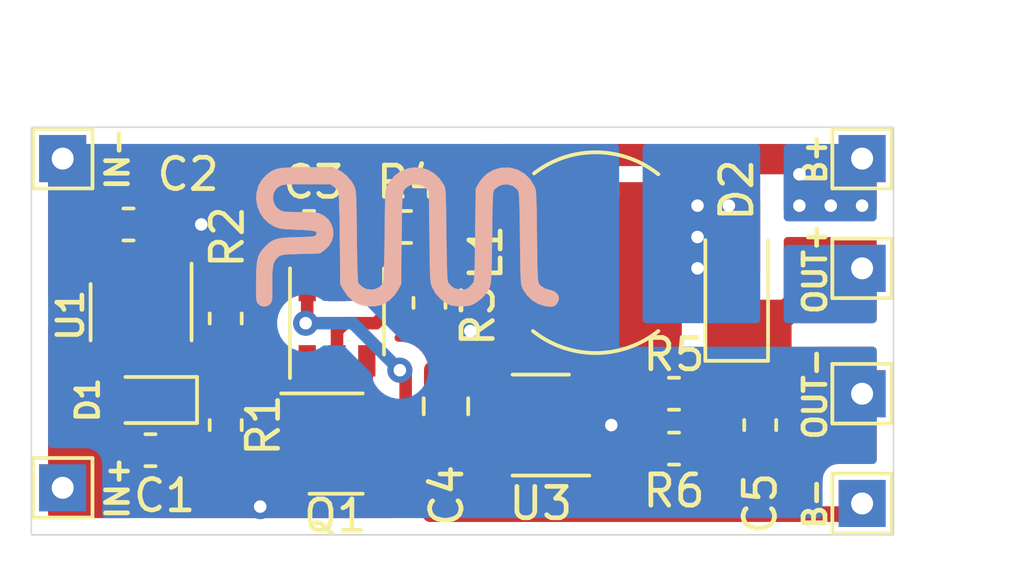
<source format=kicad_pcb>
(kicad_pcb (version 20171130) (host pcbnew "(5.1.10)-1")

  (general
    (thickness 1.6)
    (drawings 13)
    (tracks 133)
    (zones 0)
    (modules 25)
    (nets 17)
  )

  (page A4)
  (layers
    (0 F.Cu signal)
    (31 B.Cu signal)
    (32 B.Adhes user)
    (33 F.Adhes user)
    (34 B.Paste user)
    (35 F.Paste user)
    (36 B.SilkS user)
    (37 F.SilkS user)
    (38 B.Mask user)
    (39 F.Mask user)
    (40 Dwgs.User user)
    (41 Cmts.User user)
    (42 Eco1.User user)
    (43 Eco2.User user)
    (44 Edge.Cuts user)
    (45 Margin user)
    (46 B.CrtYd user)
    (47 F.CrtYd user)
    (48 B.Fab user hide)
    (49 F.Fab user hide)
  )

  (setup
    (last_trace_width 0.25)
    (user_trace_width 0.3)
    (user_trace_width 0.4)
    (user_trace_width 0.5)
    (user_trace_width 0.6)
    (user_trace_width 0.8)
    (trace_clearance 0.2)
    (zone_clearance 0.508)
    (zone_45_only no)
    (trace_min 0.2)
    (via_size 0.8)
    (via_drill 0.4)
    (via_min_size 0.4)
    (via_min_drill 0.3)
    (uvia_size 0.3)
    (uvia_drill 0.1)
    (uvias_allowed no)
    (uvia_min_size 0.2)
    (uvia_min_drill 0.1)
    (edge_width 0.05)
    (segment_width 0.2)
    (pcb_text_width 0.3)
    (pcb_text_size 1.5 1.5)
    (mod_edge_width 0.12)
    (mod_text_size 1 1)
    (mod_text_width 0.15)
    (pad_size 1.524 1.524)
    (pad_drill 0.762)
    (pad_to_mask_clearance 0.05)
    (aux_axis_origin 0 0)
    (visible_elements 7FFFFFFF)
    (pcbplotparams
      (layerselection 0x010fc_ffffffff)
      (usegerberextensions false)
      (usegerberattributes true)
      (usegerberadvancedattributes true)
      (creategerberjobfile true)
      (excludeedgelayer true)
      (linewidth 0.100000)
      (plotframeref false)
      (viasonmask false)
      (mode 1)
      (useauxorigin false)
      (hpglpennumber 1)
      (hpglpenspeed 20)
      (hpglpendiameter 15.000000)
      (psnegative false)
      (psa4output false)
      (plotreference true)
      (plotvalue true)
      (plotinvisibletext false)
      (padsonsilk false)
      (subtractmaskfromsilk false)
      (outputformat 5)
      (mirror false)
      (drillshape 0)
      (scaleselection 1)
      (outputdirectory "doc/cargadorBateriaLitio5V/"))
  )

  (net 0 "")
  (net 1 GND)
  (net 2 /B+)
  (net 3 /B-)
  (net 4 "Net-(C3-Pad1)")
  (net 5 "Net-(D1-Pad1)")
  (net 6 "Net-(Q1-Pad3)")
  (net 7 "Net-(Q1-Pad1)")
  (net 8 "Net-(R1-Pad1)")
  (net 9 "Net-(R2-Pad2)")
  (net 10 VDD)
  (net 11 "Net-(Q1-Pad4)")
  (net 12 "Net-(R3-Pad1)")
  (net 13 /STEP-UP/VOUT)
  (net 14 "Net-(D2-Pad2)")
  (net 15 "Net-(R5-Pad2)")
  (net 16 "Net-(U2-Pad4)")

  (net_class Default "This is the default net class."
    (clearance 0.2)
    (trace_width 0.25)
    (via_dia 0.8)
    (via_drill 0.4)
    (uvia_dia 0.3)
    (uvia_drill 0.1)
    (add_net /B+)
    (add_net /B-)
    (add_net /STEP-UP/VOUT)
    (add_net GND)
    (add_net "Net-(C3-Pad1)")
    (add_net "Net-(D1-Pad1)")
    (add_net "Net-(D2-Pad2)")
    (add_net "Net-(Q1-Pad1)")
    (add_net "Net-(Q1-Pad3)")
    (add_net "Net-(Q1-Pad4)")
    (add_net "Net-(R1-Pad1)")
    (add_net "Net-(R2-Pad2)")
    (add_net "Net-(R3-Pad1)")
    (add_net "Net-(R5-Pad2)")
    (add_net "Net-(U2-Pad4)")
    (add_net VDD)
  )

  (module MSS_Devices:logo-mr_silk (layer B.Cu) (tedit 0) (tstamp 5FDEC6A7)
    (at 153.5 105.5 180)
    (fp_text reference G*** (at 0 0) (layer B.SilkS) hide
      (effects (font (size 1.524 1.524) (thickness 0.3)) (justify mirror))
    )
    (fp_text value LOGO (at 0.75 0) (layer B.SilkS) hide
      (effects (font (size 1.524 1.524) (thickness 0.3)) (justify mirror))
    )
    (fp_poly (pts (xy 3.507507 2.221545) (xy 3.732392 2.217584) (xy 3.911397 2.208974) (xy 4.053325 2.194073)
      (xy 4.166979 2.171237) (xy 4.26116 2.138824) (xy 4.344673 2.095191) (xy 4.42632 2.038695)
      (xy 4.491989 1.986595) (xy 4.649969 1.819446) (xy 4.757168 1.625591) (xy 4.815004 1.414484)
      (xy 4.824897 1.195575) (xy 4.788266 0.978316) (xy 4.70653 0.772159) (xy 4.58111 0.586555)
      (xy 4.413423 0.430957) (xy 4.243448 0.3315) (xy 4.175625 0.303018) (xy 4.106649 0.281677)
      (xy 4.024778 0.265898) (xy 3.918271 0.254104) (xy 3.775384 0.244716) (xy 3.584376 0.236156)
      (xy 3.513876 0.233435) (xy 3.291819 0.223831) (xy 3.126537 0.212843) (xy 3.011307 0.198611)
      (xy 2.939406 0.179275) (xy 2.904112 0.152975) (xy 2.898701 0.11785) (xy 2.91645 0.07204)
      (xy 2.918258 0.068624) (xy 2.934539 0.046096) (xy 2.961877 0.029365) (xy 3.009456 0.017286)
      (xy 3.086456 0.008711) (xy 3.202058 0.002496) (xy 3.365445 -0.002505) (xy 3.515773 -0.005954)
      (xy 3.766713 -0.01399) (xy 3.965058 -0.028276) (xy 4.12165 -0.05222) (xy 4.247332 -0.089228)
      (xy 4.352944 -0.142708) (xy 4.449329 -0.216065) (xy 4.547329 -0.312706) (xy 4.569965 -0.337193)
      (xy 4.649019 -0.429035) (xy 4.709903 -0.516692) (xy 4.755062 -0.61035) (xy 4.786942 -0.720196)
      (xy 4.807988 -0.856416) (xy 4.820646 -1.029195) (xy 4.82736 -1.248721) (xy 4.829673 -1.418984)
      (xy 4.831124 -1.636455) (xy 4.830157 -1.799779) (xy 4.826139 -1.918287) (xy 4.818436 -2.001308)
      (xy 4.806414 -2.05817) (xy 4.789442 -2.098203) (xy 4.782822 -2.109042) (xy 4.697793 -2.187889)
      (xy 4.590157 -2.21916) (xy 4.479314 -2.202897) (xy 4.384665 -2.139144) (xy 4.360566 -2.10811)
      (xy 4.339933 -2.067739) (xy 4.3257 -2.013155) (xy 4.317033 -1.93376) (xy 4.3131 -1.818956)
      (xy 4.313069 -1.658145) (xy 4.314732 -1.524837) (xy 4.315444 -1.276886) (xy 4.308296 -1.083672)
      (xy 4.292093 -0.936783) (xy 4.265638 -0.827808) (xy 4.227735 -0.748335) (xy 4.199059 -0.711376)
      (xy 4.149288 -0.659082) (xy 4.102747 -0.619865) (xy 4.049479 -0.591555) (xy 3.979531 -0.571985)
      (xy 3.882945 -0.558987) (xy 3.749767 -0.550394) (xy 3.570041 -0.544037) (xy 3.41092 -0.53975)
      (xy 2.799248 -0.523875) (xy 2.661686 -0.427215) (xy 2.513913 -0.289535) (xy 2.417569 -0.127899)
      (xy 2.371244 0.047293) (xy 2.373522 0.225641) (xy 2.422993 0.396746) (xy 2.518242 0.550209)
      (xy 2.657856 0.67563) (xy 2.82255 0.756723) (xy 2.899196 0.771344) (xy 3.028946 0.78279)
      (xy 3.201459 0.790442) (xy 3.40639 0.793683) (xy 3.44217 0.79375) (xy 3.64121 0.794698)
      (xy 3.787995 0.798253) (xy 3.893754 0.805482) (xy 3.969714 0.817452) (xy 4.027103 0.835231)
      (xy 4.064495 0.852904) (xy 4.189897 0.953947) (xy 4.268429 1.092961) (xy 4.294075 1.258863)
      (xy 4.266683 1.417082) (xy 4.186863 1.5419) (xy 4.086087 1.620648) (xy 4.049568 1.640224)
      (xy 4.006754 1.6552) (xy 3.949129 1.666186) (xy 3.868172 1.673792) (xy 3.755367 1.678629)
      (xy 3.602194 1.681307) (xy 3.400135 1.682436) (xy 3.220855 1.682632) (xy 2.457086 1.68275)
      (xy 2.348636 1.602738) (xy 2.271968 1.539053) (xy 2.215979 1.480045) (xy 2.20753 1.467801)
      (xy 2.19903 1.422009) (xy 2.190905 1.315806) (xy 2.183255 1.152284) (xy 2.176179 0.934529)
      (xy 2.169774 0.665633) (xy 2.164142 0.348684) (xy 2.159379 -0.013228) (xy 2.159 -0.047625)
      (xy 2.143125 -1.508125) (xy 2.058975 -1.666875) (xy 1.911582 -1.881372) (xy 1.722457 -2.052636)
      (xy 1.596109 -2.129224) (xy 1.435768 -2.184306) (xy 1.243488 -2.210115) (xy 1.043423 -2.206451)
      (xy 0.859726 -2.173111) (xy 0.762 -2.136154) (xy 0.568256 -2.008493) (xy 0.399378 -1.834471)
      (xy 0.291127 -1.668704) (xy 0.206375 -1.508125) (xy 0.1905 -0.047625) (xy 0.186724 0.303278)
      (xy 0.183216 0.59638) (xy 0.179258 0.837376) (xy 0.17413 1.031958) (xy 0.167114 1.185818)
      (xy 0.157492 1.30465) (xy 0.144544 1.394147) (xy 0.127552 1.460001) (xy 0.105798 1.507904)
      (xy 0.078563 1.543551) (xy 0.045128 1.572633) (xy 0.004774 1.600843) (xy -0.019681 1.617399)
      (xy -0.097112 1.661281) (xy -0.176734 1.679309) (xy -0.286756 1.677301) (xy -0.303598 1.675969)
      (xy -0.420863 1.659407) (xy -0.503089 1.625807) (xy -0.578519 1.563423) (xy -0.581621 1.560336)
      (xy -0.682625 1.459383) (xy -0.699792 0.007379) (xy -0.703995 -0.336177) (xy -0.707955 -0.622239)
      (xy -0.711973 -0.856813) (xy -0.71635 -1.045901) (xy -0.721386 -1.19551) (xy -0.727384 -1.311642)
      (xy -0.734644 -1.400302) (xy -0.743467 -1.467494) (xy -0.754154 -1.519224) (xy -0.767007 -1.561494)
      (xy -0.780146 -1.595156) (xy -0.901828 -1.808443) (xy -1.069909 -1.990992) (xy -1.241349 -2.111632)
      (xy -1.331907 -2.158259) (xy -1.41109 -2.186597) (xy -1.500318 -2.201095) (xy -1.621009 -2.206202)
      (xy -1.698625 -2.206625) (xy -1.842845 -2.204492) (xy -1.944991 -2.19515) (xy -2.026431 -2.174184)
      (xy -2.10853 -2.13718) (xy -2.15441 -2.112445) (xy -2.338482 -1.982625) (xy -2.493694 -1.818743)
      (xy -2.604646 -1.637846) (xy -2.623021 -1.593676) (xy -2.63649 -1.55221) (xy -2.64786 -1.501575)
      (xy -2.657404 -1.43584) (xy -2.665396 -1.349073) (xy -2.672111 -1.235341) (xy -2.677822 -1.088713)
      (xy -2.682804 -0.903257) (xy -2.68733 -0.673041) (xy -2.691675 -0.392132) (xy -2.696111 -0.0546)
      (xy -2.696843 0.004661) (xy -2.701132 0.346116) (xy -2.705066 0.629765) (xy -2.70895 0.861298)
      (xy -2.713087 1.046405) (xy -2.717783 1.190776) (xy -2.72334 1.300102) (xy -2.730063 1.380073)
      (xy -2.738257 1.436378) (xy -2.748225 1.474709) (xy -2.760271 1.500755) (xy -2.7747 1.520207)
      (xy -2.778051 1.523974) (xy -2.907612 1.624839) (xy -3.057673 1.675156) (xy -3.213828 1.675797)
      (xy -3.361669 1.627637) (xy -3.486793 1.531548) (xy -3.528173 1.478513) (xy -3.53898 1.450823)
      (xy -3.548287 1.399355) (xy -3.556287 1.319151) (xy -3.563175 1.205253) (xy -3.569145 1.052703)
      (xy -3.574388 0.856542) (xy -3.5791 0.611812) (xy -3.583474 0.313555) (xy -3.587702 -0.043187)
      (xy -3.58775 -0.047625) (xy -3.591546 -0.390243) (xy -3.595032 -0.675312) (xy -3.598531 -0.908779)
      (xy -3.602367 -1.096593) (xy -3.606862 -1.244702) (xy -3.612341 -1.359051) (xy -3.619126 -1.445591)
      (xy -3.627541 -1.510268) (xy -3.637909 -1.55903) (xy -3.650553 -1.597824) (xy -3.665797 -1.632599)
      (xy -3.674906 -1.651164) (xy -3.808386 -1.855201) (xy -3.981743 -2.020964) (xy -4.184248 -2.140933)
      (xy -4.405169 -2.20759) (xy -4.482016 -2.216733) (xy -4.590438 -2.220992) (xy -4.659569 -2.210008)
      (xy -4.712967 -2.177629) (xy -4.744413 -2.148224) (xy -4.813546 -2.043014) (xy -4.826451 -1.933297)
      (xy -4.7882 -1.831129) (xy -4.703869 -1.748561) (xy -4.578531 -1.697648) (xy -4.552741 -1.692888)
      (xy -4.371908 -1.642121) (xy -4.241631 -1.553665) (xy -4.199237 -1.501) (xy -4.185924 -1.476185)
      (xy -4.174732 -1.442047) (xy -4.165394 -1.392883) (xy -4.157643 -1.32299) (xy -4.151212 -1.226664)
      (xy -4.145835 -1.098203) (xy -4.141242 -0.931904) (xy -4.137168 -0.722064) (xy -4.133346 -0.462981)
      (xy -4.129507 -0.14895) (xy -4.1275 0.030277) (xy -4.123659 0.37157) (xy -4.120089 0.655377)
      (xy -4.116473 0.887709) (xy -4.112492 1.074579) (xy -4.107829 1.221998) (xy -4.102163 1.335977)
      (xy -4.095177 1.422529) (xy -4.086552 1.487663) (xy -4.07597 1.537393) (xy -4.063112 1.577729)
      (xy -4.04766 1.614683) (xy -4.043017 1.624828) (xy -3.910307 1.842215) (xy -3.73693 2.014477)
      (xy -3.529481 2.136961) (xy -3.294559 2.205012) (xy -3.206296 2.215163) (xy -2.958326 2.202684)
      (xy -2.727641 2.131978) (xy -2.522758 2.007616) (xy -2.352196 1.83417) (xy -2.273262 1.7145)
      (xy -2.174875 1.539875) (xy -2.159 0.079375) (xy -2.154423 -0.295385) (xy -2.149426 -0.610335)
      (xy -2.143876 -0.869165) (xy -2.137643 -1.075564) (xy -2.130592 -1.233222) (xy -2.122593 -1.345827)
      (xy -2.113511 -1.417069) (xy -2.104154 -1.449137) (xy -2.054519 -1.513675) (xy -1.980825 -1.587616)
      (xy -1.962797 -1.603302) (xy -1.895838 -1.652808) (xy -1.831713 -1.676226) (xy -1.744763 -1.680092)
      (xy -1.676766 -1.676169) (xy -1.511819 -1.643538) (xy -1.386875 -1.567911) (xy -1.290898 -1.444625)
      (xy -1.280876 -1.402811) (xy -1.271892 -1.312299) (xy -1.263863 -1.170742) (xy -1.256709 -0.975796)
      (xy -1.250349 -0.725114) (xy -1.244701 -0.41635) (xy -1.239684 -0.047159) (xy -1.23825 0.079375)
      (xy -1.234448 0.422074) (xy -1.230948 0.707176) (xy -1.227433 0.940582) (xy -1.223586 1.128194)
      (xy -1.21909 1.275912) (xy -1.213627 1.389637) (xy -1.206879 1.475269) (xy -1.198531 1.538709)
      (xy -1.188263 1.585859) (xy -1.175759 1.622618) (xy -1.160702 1.654887) (xy -1.152709 1.670077)
      (xy -1.010428 1.87679) (xy -0.836643 2.034696) (xy -0.639829 2.144017) (xy -0.428465 2.204974)
      (xy -0.211028 2.217788) (xy 0.004005 2.18268) (xy 0.208156 2.099872) (xy 0.392948 1.969584)
      (xy 0.549903 1.792038) (xy 0.646514 1.623137) (xy 0.662557 1.586305) (xy 0.675949 1.547382)
      (xy 0.687006 1.500358) (xy 0.696045 1.439223) (xy 0.703382 1.357969) (xy 0.709334 1.250585)
      (xy 0.714216 1.111062) (xy 0.718344 0.933391) (xy 0.722035 0.711562) (xy 0.725606 0.439566)
      (xy 0.729371 0.111392) (xy 0.73025 0.03175) (xy 0.734644 -0.330438) (xy 0.739304 -0.63372)
      (xy 0.744404 -0.882689) (xy 0.750116 -1.081939) (xy 0.756617 -1.236062) (xy 0.76408 -1.349653)
      (xy 0.772679 -1.427305) (xy 0.782589 -1.473611) (xy 0.787838 -1.486011) (xy 0.880908 -1.589799)
      (xy 1.009831 -1.656101) (xy 1.157014 -1.681716) (xy 1.304861 -1.663444) (xy 1.429613 -1.602737)
      (xy 1.506281 -1.539052) (xy 1.56227 -1.480044) (xy 1.570719 -1.4678) (xy 1.579252 -1.421966)
      (xy 1.58741 -1.315782) (xy 1.595091 -1.1524) (xy 1.602193 -0.93497) (xy 1.608615 -0.666643)
      (xy 1.614255 -0.350567) (xy 1.619009 0.010105) (xy 1.61925 0.03175) (xy 1.623044 0.37206)
      (xy 1.626501 0.654943) (xy 1.629965 0.886468) (xy 1.633781 1.072704) (xy 1.638294 1.21972)
      (xy 1.643848 1.333585) (xy 1.650787 1.420369) (xy 1.659456 1.48614) (xy 1.670199 1.536968)
      (xy 1.683361 1.578922) (xy 1.699287 1.618071) (xy 1.710747 1.643702) (xy 1.803642 1.79633)
      (xy 1.93529 1.944536) (xy 2.087282 2.071088) (xy 2.241208 2.158756) (xy 2.274653 2.171507)
      (xy 2.334109 2.187993) (xy 2.40921 2.200665) (xy 2.50832 2.209968) (xy 2.639801 2.216351)
      (xy 2.812017 2.220262) (xy 3.033331 2.222147) (xy 3.22794 2.222501) (xy 3.507507 2.221545)) (layer B.SilkS) (width 0.01))
  )

  (module Capacitor_SMD:C_0603_1608Metric (layer F.Cu) (tedit 5B301BBE) (tstamp 5FAEA813)
    (at 164.75 111.5 270)
    (descr "Capacitor SMD 0603 (1608 Metric), square (rectangular) end terminal, IPC_7351 nominal, (Body size source: http://www.tortai-tech.com/upload/download/2011102023233369053.pdf), generated with kicad-footprint-generator")
    (tags capacitor)
    (path /5FB37943/5FB39CC0)
    (attr smd)
    (fp_text reference C5 (at 2.5 0 90) (layer F.SilkS)
      (effects (font (size 1 1) (thickness 0.15)))
    )
    (fp_text value 4.7nF (at 0 1.43 90) (layer F.Fab)
      (effects (font (size 1 1) (thickness 0.15)))
    )
    (fp_line (start 1.48 0.73) (end -1.48 0.73) (layer F.CrtYd) (width 0.05))
    (fp_line (start 1.48 -0.73) (end 1.48 0.73) (layer F.CrtYd) (width 0.05))
    (fp_line (start -1.48 -0.73) (end 1.48 -0.73) (layer F.CrtYd) (width 0.05))
    (fp_line (start -1.48 0.73) (end -1.48 -0.73) (layer F.CrtYd) (width 0.05))
    (fp_line (start -0.162779 0.51) (end 0.162779 0.51) (layer F.SilkS) (width 0.12))
    (fp_line (start -0.162779 -0.51) (end 0.162779 -0.51) (layer F.SilkS) (width 0.12))
    (fp_line (start 0.8 0.4) (end -0.8 0.4) (layer F.Fab) (width 0.1))
    (fp_line (start 0.8 -0.4) (end 0.8 0.4) (layer F.Fab) (width 0.1))
    (fp_line (start -0.8 -0.4) (end 0.8 -0.4) (layer F.Fab) (width 0.1))
    (fp_line (start -0.8 0.4) (end -0.8 -0.4) (layer F.Fab) (width 0.1))
    (fp_text user %R (at 0 0 90) (layer F.Fab)
      (effects (font (size 0.4 0.4) (thickness 0.06)))
    )
    (pad 2 smd roundrect (at 0.7875 0 270) (size 0.875 0.95) (layers F.Cu F.Paste F.Mask) (roundrect_rratio 0.25)
      (net 1 GND))
    (pad 1 smd roundrect (at -0.7875 0 270) (size 0.875 0.95) (layers F.Cu F.Paste F.Mask) (roundrect_rratio 0.25)
      (net 13 /STEP-UP/VOUT))
    (model ${KISYS3DMOD}/Capacitor_SMD.3dshapes/C_0603_1608Metric.wrl
      (at (xyz 0 0 0))
      (scale (xyz 1 1 1))
      (rotate (xyz 0 0 0))
    )
  )

  (module MSS_Devices:SOT26 (layer F.Cu) (tedit 5FAED3ED) (tstamp 5FB543A0)
    (at 151.25 108.25)
    (path /5F4AB55B)
    (attr smd)
    (fp_text reference U2 (at 0.7 0) (layer F.Fab)
      (effects (font (size 0.15 0.15) (thickness 0.0375)))
    )
    (fp_text value AP9101CK6 (at -0.4 0) (layer F.Fab)
      (effects (font (size 0.15 0.15) (thickness 0.0375)))
    )
    (fp_line (start -1.75 -1.75) (end 1.75 -1.75) (layer F.CrtYd) (width 0.12))
    (fp_line (start -1.75 1.75) (end -1.75 -1.75) (layer F.CrtYd) (width 0.12))
    (fp_line (start 1.75 1.75) (end -1.75 1.75) (layer F.CrtYd) (width 0.12))
    (fp_line (start 1.75 -1.75) (end 1.75 1.75) (layer F.CrtYd) (width 0.12))
    (fp_circle (center -1 0.4) (end -0.858579 0.4) (layer F.Fab) (width 0.1))
    (fp_line (start -1.5 -0.9) (end 1.5 -0.9) (layer F.Fab) (width 0.1))
    (fp_line (start 1.5 -0.9) (end 1.5 0.9) (layer F.Fab) (width 0.1))
    (fp_line (start 1.5 0.9) (end -1.5 0.9) (layer F.Fab) (width 0.1))
    (fp_line (start -1.5 0.9) (end -1.5 -0.9) (layer F.Fab) (width 0.1))
    (fp_line (start -1.5 -1.75) (end -1.5 1.75) (layer F.SilkS) (width 0.12))
    (fp_line (start 1.5 -1.75) (end 1.5 1) (layer F.SilkS) (width 0.12))
    (pad 1 smd rect (at -0.95 1.2) (size 0.55 1) (layers F.Cu F.Paste F.Mask)
      (net 7 "Net-(Q1-Pad1)"))
    (pad 2 smd rect (at 0 1.2) (size 0.55 1) (layers F.Cu F.Paste F.Mask)
      (net 12 "Net-(R3-Pad1)"))
    (pad 3 smd rect (at 0.95 1.2) (size 0.55 1) (layers F.Cu F.Paste F.Mask)
      (net 6 "Net-(Q1-Pad3)"))
    (pad 4 smd rect (at 0.95 -1.2) (size 0.55 1) (layers F.Cu F.Paste F.Mask)
      (net 16 "Net-(U2-Pad4)"))
    (pad 5 smd rect (at 0 -1.2) (size 0.55 1) (layers F.Cu F.Paste F.Mask)
      (net 4 "Net-(C3-Pad1)"))
    (pad 6 smd rect (at -0.95 -1.2) (size 0.55 1) (layers F.Cu F.Paste F.Mask)
      (net 3 /B-))
    (model ${KISYS3DMOD}/Package_TO_SOT_SMD.3dshapes/SOT-23-6.step
      (at (xyz 0 0 0))
      (scale (xyz 1 1 1))
      (rotate (xyz 0 0 90))
    )
  )

  (module Package_TO_SOT_SMD:SOT-23-5 (layer F.Cu) (tedit 5A02FF57) (tstamp 5FAEA7DB)
    (at 157.75 111.5 180)
    (descr "5-pin SOT23 package")
    (tags SOT-23-5)
    (path /5FB37943/5FB39CA8)
    (attr smd)
    (fp_text reference U3 (at 0 -2.5) (layer F.SilkS)
      (effects (font (size 1 1) (thickness 0.15)))
    )
    (fp_text value MIC2251 (at 0 2.9) (layer F.Fab)
      (effects (font (size 1 1) (thickness 0.15)))
    )
    (fp_line (start -0.9 1.61) (end 0.9 1.61) (layer F.SilkS) (width 0.12))
    (fp_line (start 0.9 -1.61) (end -1.55 -1.61) (layer F.SilkS) (width 0.12))
    (fp_line (start -1.9 -1.8) (end 1.9 -1.8) (layer F.CrtYd) (width 0.05))
    (fp_line (start 1.9 -1.8) (end 1.9 1.8) (layer F.CrtYd) (width 0.05))
    (fp_line (start 1.9 1.8) (end -1.9 1.8) (layer F.CrtYd) (width 0.05))
    (fp_line (start -1.9 1.8) (end -1.9 -1.8) (layer F.CrtYd) (width 0.05))
    (fp_line (start -0.9 -0.9) (end -0.25 -1.55) (layer F.Fab) (width 0.1))
    (fp_line (start 0.9 -1.55) (end -0.25 -1.55) (layer F.Fab) (width 0.1))
    (fp_line (start -0.9 -0.9) (end -0.9 1.55) (layer F.Fab) (width 0.1))
    (fp_line (start 0.9 1.55) (end -0.9 1.55) (layer F.Fab) (width 0.1))
    (fp_line (start 0.9 -1.55) (end 0.9 1.55) (layer F.Fab) (width 0.1))
    (fp_text user %R (at 0 0 90) (layer F.Fab)
      (effects (font (size 0.5 0.5) (thickness 0.075)))
    )
    (pad 5 smd rect (at 1.1 -0.95 180) (size 1.06 0.65) (layers F.Cu F.Paste F.Mask)
      (net 2 /B+))
    (pad 4 smd rect (at 1.1 0.95 180) (size 1.06 0.65) (layers F.Cu F.Paste F.Mask)
      (net 2 /B+))
    (pad 3 smd rect (at -1.1 0.95 180) (size 1.06 0.65) (layers F.Cu F.Paste F.Mask)
      (net 15 "Net-(R5-Pad2)"))
    (pad 2 smd rect (at -1.1 0 180) (size 1.06 0.65) (layers F.Cu F.Paste F.Mask)
      (net 1 GND))
    (pad 1 smd rect (at -1.1 -0.95 180) (size 1.06 0.65) (layers F.Cu F.Paste F.Mask)
      (net 14 "Net-(D2-Pad2)"))
    (model ${KISYS3DMOD}/Package_TO_SOT_SMD.3dshapes/SOT-23-5.wrl
      (at (xyz 0 0 0))
      (scale (xyz 1 1 1))
      (rotate (xyz 0 0 0))
    )
  )

  (module Resistor_SMD:R_0603_1608Metric (layer F.Cu) (tedit 5B301BBD) (tstamp 5FAEA88B)
    (at 162 112.25)
    (descr "Resistor SMD 0603 (1608 Metric), square (rectangular) end terminal, IPC_7351 nominal, (Body size source: http://www.tortai-tech.com/upload/download/2011102023233369053.pdf), generated with kicad-footprint-generator")
    (tags resistor)
    (path /5FB37943/5FB39CCE)
    (attr smd)
    (fp_text reference R6 (at 0 1.35) (layer F.SilkS)
      (effects (font (size 1 1) (thickness 0.15)))
    )
    (fp_text value 33K (at 0 1.43) (layer F.Fab)
      (effects (font (size 1 1) (thickness 0.15)))
    )
    (fp_line (start -0.8 0.4) (end -0.8 -0.4) (layer F.Fab) (width 0.1))
    (fp_line (start -0.8 -0.4) (end 0.8 -0.4) (layer F.Fab) (width 0.1))
    (fp_line (start 0.8 -0.4) (end 0.8 0.4) (layer F.Fab) (width 0.1))
    (fp_line (start 0.8 0.4) (end -0.8 0.4) (layer F.Fab) (width 0.1))
    (fp_line (start -0.162779 -0.51) (end 0.162779 -0.51) (layer F.SilkS) (width 0.12))
    (fp_line (start -0.162779 0.51) (end 0.162779 0.51) (layer F.SilkS) (width 0.12))
    (fp_line (start -1.48 0.73) (end -1.48 -0.73) (layer F.CrtYd) (width 0.05))
    (fp_line (start -1.48 -0.73) (end 1.48 -0.73) (layer F.CrtYd) (width 0.05))
    (fp_line (start 1.48 -0.73) (end 1.48 0.73) (layer F.CrtYd) (width 0.05))
    (fp_line (start 1.48 0.73) (end -1.48 0.73) (layer F.CrtYd) (width 0.05))
    (fp_text user %R (at 0 0) (layer F.Fab)
      (effects (font (size 0.4 0.4) (thickness 0.06)))
    )
    (pad 2 smd roundrect (at 0.7875 0) (size 0.875 0.95) (layers F.Cu F.Paste F.Mask) (roundrect_rratio 0.25)
      (net 1 GND))
    (pad 1 smd roundrect (at -0.7875 0) (size 0.875 0.95) (layers F.Cu F.Paste F.Mask) (roundrect_rratio 0.25)
      (net 15 "Net-(R5-Pad2)"))
    (model ${KISYS3DMOD}/Resistor_SMD.3dshapes/R_0603_1608Metric.wrl
      (at (xyz 0 0 0))
      (scale (xyz 1 1 1))
      (rotate (xyz 0 0 0))
    )
  )

  (module Resistor_SMD:R_0603_1608Metric (layer F.Cu) (tedit 5B301BBD) (tstamp 5FAEA7A7)
    (at 162 110.5 180)
    (descr "Resistor SMD 0603 (1608 Metric), square (rectangular) end terminal, IPC_7351 nominal, (Body size source: http://www.tortai-tech.com/upload/download/2011102023233369053.pdf), generated with kicad-footprint-generator")
    (tags resistor)
    (path /5FB37943/5FB39CC7)
    (attr smd)
    (fp_text reference R5 (at 0 1.25) (layer F.SilkS)
      (effects (font (size 1 1) (thickness 0.15)))
    )
    (fp_text value 100K (at 0 1.43) (layer F.Fab)
      (effects (font (size 1 1) (thickness 0.15)))
    )
    (fp_line (start -0.8 0.4) (end -0.8 -0.4) (layer F.Fab) (width 0.1))
    (fp_line (start -0.8 -0.4) (end 0.8 -0.4) (layer F.Fab) (width 0.1))
    (fp_line (start 0.8 -0.4) (end 0.8 0.4) (layer F.Fab) (width 0.1))
    (fp_line (start 0.8 0.4) (end -0.8 0.4) (layer F.Fab) (width 0.1))
    (fp_line (start -0.162779 -0.51) (end 0.162779 -0.51) (layer F.SilkS) (width 0.12))
    (fp_line (start -0.162779 0.51) (end 0.162779 0.51) (layer F.SilkS) (width 0.12))
    (fp_line (start -1.48 0.73) (end -1.48 -0.73) (layer F.CrtYd) (width 0.05))
    (fp_line (start -1.48 -0.73) (end 1.48 -0.73) (layer F.CrtYd) (width 0.05))
    (fp_line (start 1.48 -0.73) (end 1.48 0.73) (layer F.CrtYd) (width 0.05))
    (fp_line (start 1.48 0.73) (end -1.48 0.73) (layer F.CrtYd) (width 0.05))
    (fp_text user %R (at 0 0) (layer F.Fab)
      (effects (font (size 0.4 0.4) (thickness 0.06)))
    )
    (pad 2 smd roundrect (at 0.7875 0 180) (size 0.875 0.95) (layers F.Cu F.Paste F.Mask) (roundrect_rratio 0.25)
      (net 15 "Net-(R5-Pad2)"))
    (pad 1 smd roundrect (at -0.7875 0 180) (size 0.875 0.95) (layers F.Cu F.Paste F.Mask) (roundrect_rratio 0.25)
      (net 13 /STEP-UP/VOUT))
    (model ${KISYS3DMOD}/Resistor_SMD.3dshapes/R_0603_1608Metric.wrl
      (at (xyz 0 0 0))
      (scale (xyz 1 1 1))
      (rotate (xyz 0 0 0))
    )
  )

  (module MSS_Devices:L_Bourns_SDR0403 (layer F.Cu) (tedit 5FAE9022) (tstamp 5FAEA8B6)
    (at 159.5 106 90)
    (path /5FB37943/5FB39CB4)
    (attr smd)
    (fp_text reference L1 (at 0 -3.5 90) (layer F.SilkS)
      (effects (font (size 1 1) (thickness 0.15)))
    )
    (fp_text value 10uH (at 0 -5.25 90) (layer F.Fab)
      (effects (font (size 1 1) (thickness 0.15)))
    )
    (fp_line (start -3.5 -3) (end 3.5 -3) (layer F.CrtYd) (width 0.12))
    (fp_line (start 3.5 -3) (end 3.5 3) (layer F.CrtYd) (width 0.12))
    (fp_line (start 3.5 3) (end -3.5 3) (layer F.CrtYd) (width 0.12))
    (fp_line (start -3.5 3) (end -3.5 -3) (layer F.CrtYd) (width 0.12))
    (fp_arc (start 0 0) (end 2.5 2) (angle -76.5) (layer F.SilkS) (width 0.12))
    (fp_arc (start 0 0) (end -2.5 -2) (angle -77.3) (layer F.SilkS) (width 0.12))
    (pad 2 smd rect (at 0 1.65 90) (size 4.5 1.8) (layers F.Cu F.Paste F.Mask)
      (net 14 "Net-(D2-Pad2)"))
    (pad 1 smd rect (at 0 -1.65 90) (size 4.5 1.8) (layers F.Cu F.Paste F.Mask)
      (net 2 /B+))
    (model ${MSS_3DMOD}/MSS/sdr0503.STEP
      (at (xyz 0 0 0))
      (scale (xyz 1 1 1))
      (rotate (xyz -90 0 90))
    )
    (model ${SYS_3DMOD}/MSS/sdr0503.STEP
      (at (xyz 0 0 0))
      (scale (xyz 1.2 1.2 1.2))
      (rotate (xyz -90 0 -90))
    )
  )

  (module Diode_SMD:D_SOD-123F (layer F.Cu) (tedit 587F7769) (tstamp 5FAEA84B)
    (at 164 107.25 90)
    (descr D_SOD-123F)
    (tags D_SOD-123F)
    (path /5FB37943/5FB39CBA)
    (attr smd)
    (fp_text reference D2 (at 3.25 0 90) (layer F.SilkS)
      (effects (font (size 1 1) (thickness 0.15)))
    )
    (fp_text value SM5819PL-TP (at 0 2.1 90) (layer F.Fab)
      (effects (font (size 1 1) (thickness 0.15)))
    )
    (fp_line (start -2.2 -1) (end -2.2 1) (layer F.SilkS) (width 0.12))
    (fp_line (start 0.25 0) (end 0.75 0) (layer F.Fab) (width 0.1))
    (fp_line (start 0.25 0.4) (end -0.35 0) (layer F.Fab) (width 0.1))
    (fp_line (start 0.25 -0.4) (end 0.25 0.4) (layer F.Fab) (width 0.1))
    (fp_line (start -0.35 0) (end 0.25 -0.4) (layer F.Fab) (width 0.1))
    (fp_line (start -0.35 0) (end -0.35 0.55) (layer F.Fab) (width 0.1))
    (fp_line (start -0.35 0) (end -0.35 -0.55) (layer F.Fab) (width 0.1))
    (fp_line (start -0.75 0) (end -0.35 0) (layer F.Fab) (width 0.1))
    (fp_line (start -1.4 0.9) (end -1.4 -0.9) (layer F.Fab) (width 0.1))
    (fp_line (start 1.4 0.9) (end -1.4 0.9) (layer F.Fab) (width 0.1))
    (fp_line (start 1.4 -0.9) (end 1.4 0.9) (layer F.Fab) (width 0.1))
    (fp_line (start -1.4 -0.9) (end 1.4 -0.9) (layer F.Fab) (width 0.1))
    (fp_line (start -2.2 -1.15) (end 2.2 -1.15) (layer F.CrtYd) (width 0.05))
    (fp_line (start 2.2 -1.15) (end 2.2 1.15) (layer F.CrtYd) (width 0.05))
    (fp_line (start 2.2 1.15) (end -2.2 1.15) (layer F.CrtYd) (width 0.05))
    (fp_line (start -2.2 -1.15) (end -2.2 1.15) (layer F.CrtYd) (width 0.05))
    (fp_line (start -2.2 1) (end 1.65 1) (layer F.SilkS) (width 0.12))
    (fp_line (start -2.2 -1) (end 1.65 -1) (layer F.SilkS) (width 0.12))
    (fp_text user %R (at -0.127 -1.905 90) (layer F.Fab)
      (effects (font (size 1 1) (thickness 0.15)))
    )
    (pad 2 smd rect (at 1.4 0 90) (size 1.1 1.1) (layers F.Cu F.Paste F.Mask)
      (net 14 "Net-(D2-Pad2)"))
    (pad 1 smd rect (at -1.4 0 90) (size 1.1 1.1) (layers F.Cu F.Paste F.Mask)
      (net 13 /STEP-UP/VOUT))
    (model ${KISYS3DMOD}/Diode_SMD.3dshapes/D_SOD-123F.wrl
      (at (xyz 0 0 0))
      (scale (xyz 1 1 1))
      (rotate (xyz 0 0 0))
    )
  )

  (module Capacitor_SMD:C_0805_2012Metric (layer F.Cu) (tedit 5B36C52B) (tstamp 5FAEB215)
    (at 154.725 110.9 90)
    (descr "Capacitor SMD 0805 (2012 Metric), square (rectangular) end terminal, IPC_7351 nominal, (Body size source: https://docs.google.com/spreadsheets/d/1BsfQQcO9C6DZCsRaXUlFlo91Tg2WpOkGARC1WS5S8t0/edit?usp=sharing), generated with kicad-footprint-generator")
    (tags capacitor)
    (path /5FB37943/5FB39CAE)
    (attr smd)
    (fp_text reference C4 (at -2.85 0.025 90) (layer F.SilkS)
      (effects (font (size 1 1) (thickness 0.15)))
    )
    (fp_text value 10uF (at 0 1.65 90) (layer F.Fab)
      (effects (font (size 1 1) (thickness 0.15)))
    )
    (fp_line (start -1 0.6) (end -1 -0.6) (layer F.Fab) (width 0.1))
    (fp_line (start -1 -0.6) (end 1 -0.6) (layer F.Fab) (width 0.1))
    (fp_line (start 1 -0.6) (end 1 0.6) (layer F.Fab) (width 0.1))
    (fp_line (start 1 0.6) (end -1 0.6) (layer F.Fab) (width 0.1))
    (fp_line (start -0.258578 -0.71) (end 0.258578 -0.71) (layer F.SilkS) (width 0.12))
    (fp_line (start -0.258578 0.71) (end 0.258578 0.71) (layer F.SilkS) (width 0.12))
    (fp_line (start -1.68 0.95) (end -1.68 -0.95) (layer F.CrtYd) (width 0.05))
    (fp_line (start -1.68 -0.95) (end 1.68 -0.95) (layer F.CrtYd) (width 0.05))
    (fp_line (start 1.68 -0.95) (end 1.68 0.95) (layer F.CrtYd) (width 0.05))
    (fp_line (start 1.68 0.95) (end -1.68 0.95) (layer F.CrtYd) (width 0.05))
    (fp_text user %R (at 0 0 90) (layer F.Fab)
      (effects (font (size 0.5 0.5) (thickness 0.08)))
    )
    (pad 2 smd roundrect (at 0.9375 0 90) (size 0.975 1.4) (layers F.Cu F.Paste F.Mask) (roundrect_rratio 0.25)
      (net 1 GND))
    (pad 1 smd roundrect (at -0.9375 0 90) (size 0.975 1.4) (layers F.Cu F.Paste F.Mask) (roundrect_rratio 0.25)
      (net 2 /B+))
    (model ${KISYS3DMOD}/Capacitor_SMD.3dshapes/C_0805_2012Metric.wrl
      (at (xyz 0 0 0))
      (scale (xyz 1 1 1))
      (rotate (xyz 0 0 0))
    )
  )

  (module TestPoint:TestPoint_THTPad_1.5x1.5mm_Drill0.7mm (layer F.Cu) (tedit 5A0F774F) (tstamp 5F4DAF1C)
    (at 168 114)
    (descr "THT rectangular pad as test Point, square 1.5mm side length, hole diameter 0.7mm")
    (tags "test point THT pad rectangle square")
    (path /5F4DF38D)
    (attr virtual)
    (fp_text reference J5 (at 0 -1.648) (layer F.SilkS) hide
      (effects (font (size 1 1) (thickness 0.15)))
    )
    (fp_text value B- (at 0 1.75) (layer F.Fab)
      (effects (font (size 1 1) (thickness 0.15)))
    )
    (fp_line (start 1.25 1.25) (end -1.25 1.25) (layer F.CrtYd) (width 0.05))
    (fp_line (start 1.25 1.25) (end 1.25 -1.25) (layer F.CrtYd) (width 0.05))
    (fp_line (start -1.25 -1.25) (end -1.25 1.25) (layer F.CrtYd) (width 0.05))
    (fp_line (start -1.25 -1.25) (end 1.25 -1.25) (layer F.CrtYd) (width 0.05))
    (fp_line (start -0.95 0.95) (end -0.95 -0.95) (layer F.SilkS) (width 0.12))
    (fp_line (start 0.95 0.95) (end -0.95 0.95) (layer F.SilkS) (width 0.12))
    (fp_line (start 0.95 -0.95) (end 0.95 0.95) (layer F.SilkS) (width 0.12))
    (fp_line (start -0.95 -0.95) (end 0.95 -0.95) (layer F.SilkS) (width 0.12))
    (fp_text user %R (at 0 -1.65) (layer F.Fab)
      (effects (font (size 1 1) (thickness 0.15)))
    )
    (pad 1 thru_hole rect (at 0 0) (size 1.5 1.5) (drill 0.7) (layers *.Cu *.Mask)
      (net 3 /B-))
  )

  (module Package_TO_SOT_SMD:SuperSOT-6 (layer F.Cu) (tedit 5A02FF57) (tstamp 5F51F0FB)
    (at 151.22 112.09)
    (descr "6-pin SuperSOT package http://www.mouser.com/ds/2/149/FMB5551-889214.pdf")
    (tags "SuperSOT-6 SSOT-6")
    (path /5F52AED7)
    (attr smd)
    (fp_text reference Q1 (at -0.02 2.31) (layer F.SilkS)
      (effects (font (size 1 1) (thickness 0.15)))
    )
    (fp_text value FDC6401N (at 0 2.5) (layer F.Fab)
      (effects (font (size 1 1) (thickness 0.15)))
    )
    (fp_line (start 2.05 1.7) (end -2.05 1.7) (layer F.CrtYd) (width 0.05))
    (fp_line (start 2.05 1.7) (end 2.05 -1.7) (layer F.CrtYd) (width 0.05))
    (fp_line (start -2.05 -1.7) (end -2.05 1.7) (layer F.CrtYd) (width 0.05))
    (fp_line (start -2.05 -1.7) (end 2.05 -1.7) (layer F.CrtYd) (width 0.05))
    (fp_line (start -0.85 -1) (end -0.85 1.45) (layer F.Fab) (width 0.12))
    (fp_line (start -0.4 -1.45) (end -0.85 -1) (layer F.Fab) (width 0.12))
    (fp_line (start 0.85 -1.45) (end -0.4 -1.45) (layer F.Fab) (width 0.12))
    (fp_line (start 0.85 1.45) (end 0.85 -1.45) (layer F.Fab) (width 0.12))
    (fp_line (start -0.85 1.45) (end 0.85 1.45) (layer F.Fab) (width 0.12))
    (fp_line (start 0.85 1.6) (end -0.85 1.6) (layer F.SilkS) (width 0.12))
    (fp_line (start 0.85 -1.6) (end -1.75 -1.6) (layer F.SilkS) (width 0.12))
    (fp_text user %R (at 0 0 90) (layer F.Fab)
      (effects (font (size 0.5 0.5) (thickness 0.075)))
    )
    (pad 5 smd rect (at 1.3 0) (size 1 0.7) (layers F.Cu F.Paste F.Mask)
      (net 3 /B-))
    (pad 6 smd rect (at 1.3 -0.95) (size 1 0.7) (layers F.Cu F.Paste F.Mask)
      (net 11 "Net-(Q1-Pad4)"))
    (pad 4 smd rect (at 1.3 0.95) (size 1 0.7) (layers F.Cu F.Paste F.Mask)
      (net 11 "Net-(Q1-Pad4)"))
    (pad 3 smd rect (at -1.3 0.95) (size 1 0.7) (layers F.Cu F.Paste F.Mask)
      (net 6 "Net-(Q1-Pad3)"))
    (pad 2 smd rect (at -1.3 0) (size 1 0.7) (layers F.Cu F.Paste F.Mask)
      (net 1 GND))
    (pad 1 smd rect (at -1.3 -0.95) (size 1 0.7) (layers F.Cu F.Paste F.Mask)
      (net 7 "Net-(Q1-Pad1)"))
    (model ${KISYS3DMOD}/Package_TO_SOT_SMD.3dshapes/SuperSOT-6.wrl
      (at (xyz 0 0 0))
      (scale (xyz 1 1 1))
      (rotate (xyz 0 0 0))
    )
  )

  (module TestPoint:TestPoint_THTPad_1.5x1.5mm_Drill0.7mm (layer F.Cu) (tedit 5A0F774F) (tstamp 5F4DA8C7)
    (at 168 110.5)
    (descr "THT rectangular pad as test Point, square 1.5mm side length, hole diameter 0.7mm")
    (tags "test point THT pad rectangle square")
    (path /5F4E06D9)
    (attr virtual)
    (fp_text reference J6 (at 0 -1.648) (layer F.SilkS) hide
      (effects (font (size 1 1) (thickness 0.15)))
    )
    (fp_text value OUT- (at 0 1.75) (layer F.Fab)
      (effects (font (size 1 1) (thickness 0.15)))
    )
    (fp_line (start 1.25 1.25) (end -1.25 1.25) (layer F.CrtYd) (width 0.05))
    (fp_line (start 1.25 1.25) (end 1.25 -1.25) (layer F.CrtYd) (width 0.05))
    (fp_line (start -1.25 -1.25) (end -1.25 1.25) (layer F.CrtYd) (width 0.05))
    (fp_line (start -1.25 -1.25) (end 1.25 -1.25) (layer F.CrtYd) (width 0.05))
    (fp_line (start -0.95 0.95) (end -0.95 -0.95) (layer F.SilkS) (width 0.12))
    (fp_line (start 0.95 0.95) (end -0.95 0.95) (layer F.SilkS) (width 0.12))
    (fp_line (start 0.95 -0.95) (end 0.95 0.95) (layer F.SilkS) (width 0.12))
    (fp_line (start -0.95 -0.95) (end 0.95 -0.95) (layer F.SilkS) (width 0.12))
    (fp_text user %R (at 0 -1.65) (layer F.Fab)
      (effects (font (size 1 1) (thickness 0.15)))
    )
    (pad 1 thru_hole rect (at 0 0) (size 1.5 1.5) (drill 0.7) (layers *.Cu *.Mask)
      (net 1 GND))
  )

  (module TestPoint:TestPoint_THTPad_1.5x1.5mm_Drill0.7mm (layer F.Cu) (tedit 5A0F774F) (tstamp 5FAE9E12)
    (at 168 103)
    (descr "THT rectangular pad as test Point, square 1.5mm side length, hole diameter 0.7mm")
    (tags "test point THT pad rectangle square")
    (path /5F4DE4D2)
    (attr virtual)
    (fp_text reference J4 (at 0 -1.648) (layer F.SilkS) hide
      (effects (font (size 1 1) (thickness 0.15)))
    )
    (fp_text value B+ (at 0 1.75) (layer F.Fab)
      (effects (font (size 1 1) (thickness 0.15)))
    )
    (fp_line (start 1.25 1.25) (end -1.25 1.25) (layer F.CrtYd) (width 0.05))
    (fp_line (start 1.25 1.25) (end 1.25 -1.25) (layer F.CrtYd) (width 0.05))
    (fp_line (start -1.25 -1.25) (end -1.25 1.25) (layer F.CrtYd) (width 0.05))
    (fp_line (start -1.25 -1.25) (end 1.25 -1.25) (layer F.CrtYd) (width 0.05))
    (fp_line (start -0.95 0.95) (end -0.95 -0.95) (layer F.SilkS) (width 0.12))
    (fp_line (start 0.95 0.95) (end -0.95 0.95) (layer F.SilkS) (width 0.12))
    (fp_line (start 0.95 -0.95) (end 0.95 0.95) (layer F.SilkS) (width 0.12))
    (fp_line (start -0.95 -0.95) (end 0.95 -0.95) (layer F.SilkS) (width 0.12))
    (fp_text user %R (at 0 -1.65) (layer F.Fab)
      (effects (font (size 1 1) (thickness 0.15)))
    )
    (pad 1 thru_hole rect (at 0 0) (size 1.5 1.5) (drill 0.7) (layers *.Cu *.Mask)
      (net 2 /B+))
  )

  (module TestPoint:TestPoint_THTPad_1.5x1.5mm_Drill0.7mm (layer F.Cu) (tedit 5A0F774F) (tstamp 5F4DAEAF)
    (at 168 106.5)
    (descr "THT rectangular pad as test Point, square 1.5mm side length, hole diameter 0.7mm")
    (tags "test point THT pad rectangle square")
    (path /5F4DC6C5)
    (attr virtual)
    (fp_text reference J3 (at 0 -1.648) (layer F.SilkS) hide
      (effects (font (size 1 1) (thickness 0.15)))
    )
    (fp_text value OUT+ (at 0 1.75) (layer F.Fab)
      (effects (font (size 1 1) (thickness 0.15)))
    )
    (fp_line (start 1.25 1.25) (end -1.25 1.25) (layer F.CrtYd) (width 0.05))
    (fp_line (start 1.25 1.25) (end 1.25 -1.25) (layer F.CrtYd) (width 0.05))
    (fp_line (start -1.25 -1.25) (end -1.25 1.25) (layer F.CrtYd) (width 0.05))
    (fp_line (start -1.25 -1.25) (end 1.25 -1.25) (layer F.CrtYd) (width 0.05))
    (fp_line (start -0.95 0.95) (end -0.95 -0.95) (layer F.SilkS) (width 0.12))
    (fp_line (start 0.95 0.95) (end -0.95 0.95) (layer F.SilkS) (width 0.12))
    (fp_line (start 0.95 -0.95) (end 0.95 0.95) (layer F.SilkS) (width 0.12))
    (fp_line (start -0.95 -0.95) (end 0.95 -0.95) (layer F.SilkS) (width 0.12))
    (fp_text user %R (at 0 -1.65) (layer F.Fab)
      (effects (font (size 1 1) (thickness 0.15)))
    )
    (pad 1 thru_hole rect (at 0 0) (size 1.5 1.5) (drill 0.7) (layers *.Cu *.Mask)
      (net 13 /STEP-UP/VOUT))
  )

  (module TestPoint:TestPoint_THTPad_1.5x1.5mm_Drill0.7mm (layer F.Cu) (tedit 5A0F774F) (tstamp 5F4DA88F)
    (at 142.5 103)
    (descr "THT rectangular pad as test Point, square 1.5mm side length, hole diameter 0.7mm")
    (tags "test point THT pad rectangle square")
    (path /5F4E3B16)
    (attr virtual)
    (fp_text reference J2 (at 0 -1.648) (layer F.SilkS) hide
      (effects (font (size 1 1) (thickness 0.15)))
    )
    (fp_text value IN- (at 0 1.75) (layer F.Fab)
      (effects (font (size 1 1) (thickness 0.15)))
    )
    (fp_line (start 1.25 1.25) (end -1.25 1.25) (layer F.CrtYd) (width 0.05))
    (fp_line (start 1.25 1.25) (end 1.25 -1.25) (layer F.CrtYd) (width 0.05))
    (fp_line (start -1.25 -1.25) (end -1.25 1.25) (layer F.CrtYd) (width 0.05))
    (fp_line (start -1.25 -1.25) (end 1.25 -1.25) (layer F.CrtYd) (width 0.05))
    (fp_line (start -0.95 0.95) (end -0.95 -0.95) (layer F.SilkS) (width 0.12))
    (fp_line (start 0.95 0.95) (end -0.95 0.95) (layer F.SilkS) (width 0.12))
    (fp_line (start 0.95 -0.95) (end 0.95 0.95) (layer F.SilkS) (width 0.12))
    (fp_line (start -0.95 -0.95) (end 0.95 -0.95) (layer F.SilkS) (width 0.12))
    (fp_text user %R (at 0 -1.65) (layer F.Fab)
      (effects (font (size 1 1) (thickness 0.15)))
    )
    (pad 1 thru_hole rect (at 0 0) (size 1.5 1.5) (drill 0.7) (layers *.Cu *.Mask)
      (net 1 GND))
  )

  (module TestPoint:TestPoint_THTPad_1.5x1.5mm_Drill0.7mm (layer F.Cu) (tedit 5A0F774F) (tstamp 5F4DA881)
    (at 142.5 113.5)
    (descr "THT rectangular pad as test Point, square 1.5mm side length, hole diameter 0.7mm")
    (tags "test point THT pad rectangle square")
    (path /5F4DAD06)
    (attr virtual)
    (fp_text reference J1 (at 0 -1.648) (layer F.SilkS) hide
      (effects (font (size 1 1) (thickness 0.15)))
    )
    (fp_text value IN+ (at 0 1.75) (layer F.Fab)
      (effects (font (size 1 1) (thickness 0.15)))
    )
    (fp_line (start 1.25 1.25) (end -1.25 1.25) (layer F.CrtYd) (width 0.05))
    (fp_line (start 1.25 1.25) (end 1.25 -1.25) (layer F.CrtYd) (width 0.05))
    (fp_line (start -1.25 -1.25) (end -1.25 1.25) (layer F.CrtYd) (width 0.05))
    (fp_line (start -1.25 -1.25) (end 1.25 -1.25) (layer F.CrtYd) (width 0.05))
    (fp_line (start -0.95 0.95) (end -0.95 -0.95) (layer F.SilkS) (width 0.12))
    (fp_line (start 0.95 0.95) (end -0.95 0.95) (layer F.SilkS) (width 0.12))
    (fp_line (start 0.95 -0.95) (end 0.95 0.95) (layer F.SilkS) (width 0.12))
    (fp_line (start -0.95 -0.95) (end 0.95 -0.95) (layer F.SilkS) (width 0.12))
    (fp_text user %R (at 0 -1.65) (layer F.Fab)
      (effects (font (size 1 1) (thickness 0.15)))
    )
    (pad 1 thru_hole rect (at 0 0) (size 1.5 1.5) (drill 0.7) (layers *.Cu *.Mask)
      (net 10 VDD))
  )

  (module Package_TO_SOT_SMD:SOT-23-5 (layer F.Cu) (tedit 5A02FF57) (tstamp 5F4AE8E6)
    (at 145 107.9 270)
    (descr "5-pin SOT23 package")
    (tags SOT-23-5)
    (path /5F4A97F6)
    (attr smd)
    (fp_text reference U1 (at 0.1 2.25 90) (layer F.SilkS)
      (effects (font (size 0.8 0.8) (thickness 0.15)))
    )
    (fp_text value MCP73831 (at 0 2.9 90) (layer F.Fab)
      (effects (font (size 1 1) (thickness 0.15)))
    )
    (fp_line (start -0.9 1.61) (end 0.9 1.61) (layer F.SilkS) (width 0.12))
    (fp_line (start 0.9 -1.61) (end -1.55 -1.61) (layer F.SilkS) (width 0.12))
    (fp_line (start -1.9 -1.8) (end 1.9 -1.8) (layer F.CrtYd) (width 0.05))
    (fp_line (start 1.9 -1.8) (end 1.9 1.8) (layer F.CrtYd) (width 0.05))
    (fp_line (start 1.9 1.8) (end -1.9 1.8) (layer F.CrtYd) (width 0.05))
    (fp_line (start -1.9 1.8) (end -1.9 -1.8) (layer F.CrtYd) (width 0.05))
    (fp_line (start -0.9 -0.9) (end -0.25 -1.55) (layer F.Fab) (width 0.1))
    (fp_line (start 0.9 -1.55) (end -0.25 -1.55) (layer F.Fab) (width 0.1))
    (fp_line (start -0.9 -0.9) (end -0.9 1.55) (layer F.Fab) (width 0.1))
    (fp_line (start 0.9 1.55) (end -0.9 1.55) (layer F.Fab) (width 0.1))
    (fp_line (start 0.9 -1.55) (end 0.9 1.55) (layer F.Fab) (width 0.1))
    (fp_text user %R (at 0 0) (layer F.Fab)
      (effects (font (size 0.5 0.5) (thickness 0.075)))
    )
    (pad 5 smd rect (at 1.1 -0.95 270) (size 1.06 0.65) (layers F.Cu F.Paste F.Mask)
      (net 9 "Net-(R2-Pad2)"))
    (pad 4 smd rect (at 1.1 0.95 270) (size 1.06 0.65) (layers F.Cu F.Paste F.Mask)
      (net 10 VDD))
    (pad 3 smd rect (at -1.1 0.95 270) (size 1.06 0.65) (layers F.Cu F.Paste F.Mask)
      (net 2 /B+))
    (pad 2 smd rect (at -1.1 0 270) (size 1.06 0.65) (layers F.Cu F.Paste F.Mask)
      (net 1 GND))
    (pad 1 smd rect (at -1.1 -0.95 270) (size 1.06 0.65) (layers F.Cu F.Paste F.Mask)
      (net 8 "Net-(R1-Pad1)"))
    (model ${KISYS3DMOD}/Package_TO_SOT_SMD.3dshapes/SOT-23-5.wrl
      (at (xyz 0 0 0))
      (scale (xyz 1 1 1))
      (rotate (xyz 0 0 0))
    )
  )

  (module Resistor_SMD:R_0603_1608Metric (layer F.Cu) (tedit 5B301BBD) (tstamp 5F4AE8D1)
    (at 153.45 105.18)
    (descr "Resistor SMD 0603 (1608 Metric), square (rectangular) end terminal, IPC_7351 nominal, (Body size source: http://www.tortai-tech.com/upload/download/2011102023233369053.pdf), generated with kicad-footprint-generator")
    (tags resistor)
    (path /5F4AC283)
    (attr smd)
    (fp_text reference R4 (at 0.05 -1.43) (layer F.SilkS)
      (effects (font (size 1 1) (thickness 0.15)))
    )
    (fp_text value 330 (at 0 1.43) (layer F.Fab)
      (effects (font (size 1 1) (thickness 0.15)))
    )
    (fp_line (start -0.8 0.4) (end -0.8 -0.4) (layer F.Fab) (width 0.1))
    (fp_line (start -0.8 -0.4) (end 0.8 -0.4) (layer F.Fab) (width 0.1))
    (fp_line (start 0.8 -0.4) (end 0.8 0.4) (layer F.Fab) (width 0.1))
    (fp_line (start 0.8 0.4) (end -0.8 0.4) (layer F.Fab) (width 0.1))
    (fp_line (start -0.162779 -0.51) (end 0.162779 -0.51) (layer F.SilkS) (width 0.12))
    (fp_line (start -0.162779 0.51) (end 0.162779 0.51) (layer F.SilkS) (width 0.12))
    (fp_line (start -1.48 0.73) (end -1.48 -0.73) (layer F.CrtYd) (width 0.05))
    (fp_line (start -1.48 -0.73) (end 1.48 -0.73) (layer F.CrtYd) (width 0.05))
    (fp_line (start 1.48 -0.73) (end 1.48 0.73) (layer F.CrtYd) (width 0.05))
    (fp_line (start 1.48 0.73) (end -1.48 0.73) (layer F.CrtYd) (width 0.05))
    (fp_text user %R (at 0 0) (layer F.Fab)
      (effects (font (size 0.4 0.4) (thickness 0.06)))
    )
    (pad 2 smd roundrect (at 0.7875 0) (size 0.875 0.95) (layers F.Cu F.Paste F.Mask) (roundrect_rratio 0.25)
      (net 2 /B+))
    (pad 1 smd roundrect (at -0.7875 0) (size 0.875 0.95) (layers F.Cu F.Paste F.Mask) (roundrect_rratio 0.25)
      (net 4 "Net-(C3-Pad1)"))
    (model ${KISYS3DMOD}/Resistor_SMD.3dshapes/R_0603_1608Metric.wrl
      (at (xyz 0 0 0))
      (scale (xyz 1 1 1))
      (rotate (xyz 0 0 0))
    )
  )

  (module Resistor_SMD:R_0603_1608Metric (layer F.Cu) (tedit 5B301BBD) (tstamp 5F4AE8C0)
    (at 154.2 107.6 270)
    (descr "Resistor SMD 0603 (1608 Metric), square (rectangular) end terminal, IPC_7351 nominal, (Body size source: http://www.tortai-tech.com/upload/download/2011102023233369053.pdf), generated with kicad-footprint-generator")
    (tags resistor)
    (path /5F4B294F)
    (attr smd)
    (fp_text reference R3 (at 0.4 -1.55 270) (layer F.SilkS)
      (effects (font (size 1 1) (thickness 0.15)))
    )
    (fp_text value 2.7K (at 0 1.43 90) (layer F.Fab)
      (effects (font (size 1 1) (thickness 0.15)))
    )
    (fp_line (start -0.8 0.4) (end -0.8 -0.4) (layer F.Fab) (width 0.1))
    (fp_line (start -0.8 -0.4) (end 0.8 -0.4) (layer F.Fab) (width 0.1))
    (fp_line (start 0.8 -0.4) (end 0.8 0.4) (layer F.Fab) (width 0.1))
    (fp_line (start 0.8 0.4) (end -0.8 0.4) (layer F.Fab) (width 0.1))
    (fp_line (start -0.162779 -0.51) (end 0.162779 -0.51) (layer F.SilkS) (width 0.12))
    (fp_line (start -0.162779 0.51) (end 0.162779 0.51) (layer F.SilkS) (width 0.12))
    (fp_line (start -1.48 0.73) (end -1.48 -0.73) (layer F.CrtYd) (width 0.05))
    (fp_line (start -1.48 -0.73) (end 1.48 -0.73) (layer F.CrtYd) (width 0.05))
    (fp_line (start 1.48 -0.73) (end 1.48 0.73) (layer F.CrtYd) (width 0.05))
    (fp_line (start 1.48 0.73) (end -1.48 0.73) (layer F.CrtYd) (width 0.05))
    (fp_text user %R (at 0 0 90) (layer F.Fab)
      (effects (font (size 0.4 0.4) (thickness 0.06)))
    )
    (pad 2 smd roundrect (at 0.7875 0 270) (size 0.875 0.95) (layers F.Cu F.Paste F.Mask) (roundrect_rratio 0.25)
      (net 1 GND))
    (pad 1 smd roundrect (at -0.7875 0 270) (size 0.875 0.95) (layers F.Cu F.Paste F.Mask) (roundrect_rratio 0.25)
      (net 12 "Net-(R3-Pad1)"))
    (model ${KISYS3DMOD}/Resistor_SMD.3dshapes/R_0603_1608Metric.wrl
      (at (xyz 0 0 0))
      (scale (xyz 1 1 1))
      (rotate (xyz 0 0 0))
    )
  )

  (module Resistor_SMD:R_0603_1608Metric (layer F.Cu) (tedit 5B301BBD) (tstamp 5F4AE8AF)
    (at 147.7 108.1 270)
    (descr "Resistor SMD 0603 (1608 Metric), square (rectangular) end terminal, IPC_7351 nominal, (Body size source: http://www.tortai-tech.com/upload/download/2011102023233369053.pdf), generated with kicad-footprint-generator")
    (tags resistor)
    (path /5F4BCFDC)
    (attr smd)
    (fp_text reference R2 (at -2.6 -0.05 90) (layer F.SilkS)
      (effects (font (size 1 1) (thickness 0.15)))
    )
    (fp_text value 2K (at 0 1.43 90) (layer F.Fab)
      (effects (font (size 1 1) (thickness 0.15)))
    )
    (fp_line (start -0.8 0.4) (end -0.8 -0.4) (layer F.Fab) (width 0.1))
    (fp_line (start -0.8 -0.4) (end 0.8 -0.4) (layer F.Fab) (width 0.1))
    (fp_line (start 0.8 -0.4) (end 0.8 0.4) (layer F.Fab) (width 0.1))
    (fp_line (start 0.8 0.4) (end -0.8 0.4) (layer F.Fab) (width 0.1))
    (fp_line (start -0.162779 -0.51) (end 0.162779 -0.51) (layer F.SilkS) (width 0.12))
    (fp_line (start -0.162779 0.51) (end 0.162779 0.51) (layer F.SilkS) (width 0.12))
    (fp_line (start -1.48 0.73) (end -1.48 -0.73) (layer F.CrtYd) (width 0.05))
    (fp_line (start -1.48 -0.73) (end 1.48 -0.73) (layer F.CrtYd) (width 0.05))
    (fp_line (start 1.48 -0.73) (end 1.48 0.73) (layer F.CrtYd) (width 0.05))
    (fp_line (start 1.48 0.73) (end -1.48 0.73) (layer F.CrtYd) (width 0.05))
    (fp_text user %R (at 0 0 90) (layer F.Fab)
      (effects (font (size 0.4 0.4) (thickness 0.06)))
    )
    (pad 2 smd roundrect (at 0.7875 0 270) (size 0.875 0.95) (layers F.Cu F.Paste F.Mask) (roundrect_rratio 0.25)
      (net 9 "Net-(R2-Pad2)"))
    (pad 1 smd roundrect (at -0.7875 0 270) (size 0.875 0.95) (layers F.Cu F.Paste F.Mask) (roundrect_rratio 0.25)
      (net 1 GND))
    (model ${KISYS3DMOD}/Resistor_SMD.3dshapes/R_0603_1608Metric.wrl
      (at (xyz 0 0 0))
      (scale (xyz 1 1 1))
      (rotate (xyz 0 0 0))
    )
  )

  (module Resistor_SMD:R_0603_1608Metric (layer F.Cu) (tedit 5B301BBD) (tstamp 5F4AE89E)
    (at 147.7 111.5 270)
    (descr "Resistor SMD 0603 (1608 Metric), square (rectangular) end terminal, IPC_7351 nominal, (Body size source: http://www.tortai-tech.com/upload/download/2011102023233369053.pdf), generated with kicad-footprint-generator")
    (tags resistor)
    (path /5F4C02C1)
    (attr smd)
    (fp_text reference R1 (at 0 -1.2 90) (layer F.SilkS)
      (effects (font (size 1 1) (thickness 0.15)))
    )
    (fp_text value 470 (at 0 1.43 90) (layer F.Fab)
      (effects (font (size 1 1) (thickness 0.15)))
    )
    (fp_line (start -0.8 0.4) (end -0.8 -0.4) (layer F.Fab) (width 0.1))
    (fp_line (start -0.8 -0.4) (end 0.8 -0.4) (layer F.Fab) (width 0.1))
    (fp_line (start 0.8 -0.4) (end 0.8 0.4) (layer F.Fab) (width 0.1))
    (fp_line (start 0.8 0.4) (end -0.8 0.4) (layer F.Fab) (width 0.1))
    (fp_line (start -0.162779 -0.51) (end 0.162779 -0.51) (layer F.SilkS) (width 0.12))
    (fp_line (start -0.162779 0.51) (end 0.162779 0.51) (layer F.SilkS) (width 0.12))
    (fp_line (start -1.48 0.73) (end -1.48 -0.73) (layer F.CrtYd) (width 0.05))
    (fp_line (start -1.48 -0.73) (end 1.48 -0.73) (layer F.CrtYd) (width 0.05))
    (fp_line (start 1.48 -0.73) (end 1.48 0.73) (layer F.CrtYd) (width 0.05))
    (fp_line (start 1.48 0.73) (end -1.48 0.73) (layer F.CrtYd) (width 0.05))
    (fp_text user %R (at 0 0 90) (layer F.Fab)
      (effects (font (size 0.4 0.4) (thickness 0.06)))
    )
    (pad 2 smd roundrect (at 0.7875 0 270) (size 0.875 0.95) (layers F.Cu F.Paste F.Mask) (roundrect_rratio 0.25)
      (net 5 "Net-(D1-Pad1)"))
    (pad 1 smd roundrect (at -0.7875 0 270) (size 0.875 0.95) (layers F.Cu F.Paste F.Mask) (roundrect_rratio 0.25)
      (net 8 "Net-(R1-Pad1)"))
    (model ${KISYS3DMOD}/Resistor_SMD.3dshapes/R_0603_1608Metric.wrl
      (at (xyz 0 0 0))
      (scale (xyz 1 1 1))
      (rotate (xyz 0 0 0))
    )
  )

  (module LED_SMD:LED_0603_1608Metric (layer F.Cu) (tedit 5B301BBE) (tstamp 5F4AE863)
    (at 145.3 110.7 180)
    (descr "LED SMD 0603 (1608 Metric), square (rectangular) end terminal, IPC_7351 nominal, (Body size source: http://www.tortai-tech.com/upload/download/2011102023233369053.pdf), generated with kicad-footprint-generator")
    (tags diode)
    (path /5F4BF6DB)
    (attr smd)
    (fp_text reference D1 (at 2 0 90) (layer F.SilkS)
      (effects (font (size 0.7 0.7) (thickness 0.15)))
    )
    (fp_text value STAT (at 0 1.43) (layer F.Fab)
      (effects (font (size 1 1) (thickness 0.15)))
    )
    (fp_line (start 0.8 -0.4) (end -0.5 -0.4) (layer F.Fab) (width 0.1))
    (fp_line (start -0.5 -0.4) (end -0.8 -0.1) (layer F.Fab) (width 0.1))
    (fp_line (start -0.8 -0.1) (end -0.8 0.4) (layer F.Fab) (width 0.1))
    (fp_line (start -0.8 0.4) (end 0.8 0.4) (layer F.Fab) (width 0.1))
    (fp_line (start 0.8 0.4) (end 0.8 -0.4) (layer F.Fab) (width 0.1))
    (fp_line (start 0.8 -0.735) (end -1.485 -0.735) (layer F.SilkS) (width 0.12))
    (fp_line (start -1.485 -0.735) (end -1.485 0.735) (layer F.SilkS) (width 0.12))
    (fp_line (start -1.485 0.735) (end 0.8 0.735) (layer F.SilkS) (width 0.12))
    (fp_line (start -1.48 0.73) (end -1.48 -0.73) (layer F.CrtYd) (width 0.05))
    (fp_line (start -1.48 -0.73) (end 1.48 -0.73) (layer F.CrtYd) (width 0.05))
    (fp_line (start 1.48 -0.73) (end 1.48 0.73) (layer F.CrtYd) (width 0.05))
    (fp_line (start 1.48 0.73) (end -1.48 0.73) (layer F.CrtYd) (width 0.05))
    (fp_text user %R (at 0 0) (layer F.Fab)
      (effects (font (size 0.4 0.4) (thickness 0.06)))
    )
    (pad 2 smd roundrect (at 0.7875 0 180) (size 0.875 0.95) (layers F.Cu F.Paste F.Mask) (roundrect_rratio 0.25)
      (net 10 VDD))
    (pad 1 smd roundrect (at -0.7875 0 180) (size 0.875 0.95) (layers F.Cu F.Paste F.Mask) (roundrect_rratio 0.25)
      (net 5 "Net-(D1-Pad1)"))
    (model ${KISYS3DMOD}/LED_SMD.3dshapes/LED_0603_1608Metric.wrl
      (at (xyz 0 0 0))
      (scale (xyz 1 1 1))
      (rotate (xyz 0 0 0))
    )
  )

  (module Capacitor_SMD:C_0603_1608Metric (layer F.Cu) (tedit 5B301BBE) (tstamp 5F4AE83F)
    (at 150.36 105.18 180)
    (descr "Capacitor SMD 0603 (1608 Metric), square (rectangular) end terminal, IPC_7351 nominal, (Body size source: http://www.tortai-tech.com/upload/download/2011102023233369053.pdf), generated with kicad-footprint-generator")
    (tags capacitor)
    (path /5F4AC95F)
    (attr smd)
    (fp_text reference C3 (at -0.14 1.43) (layer F.SilkS)
      (effects (font (size 1 1) (thickness 0.15)))
    )
    (fp_text value 100nF (at 0 1.43) (layer F.Fab)
      (effects (font (size 1 1) (thickness 0.15)))
    )
    (fp_line (start -0.8 0.4) (end -0.8 -0.4) (layer F.Fab) (width 0.1))
    (fp_line (start -0.8 -0.4) (end 0.8 -0.4) (layer F.Fab) (width 0.1))
    (fp_line (start 0.8 -0.4) (end 0.8 0.4) (layer F.Fab) (width 0.1))
    (fp_line (start 0.8 0.4) (end -0.8 0.4) (layer F.Fab) (width 0.1))
    (fp_line (start -0.162779 -0.51) (end 0.162779 -0.51) (layer F.SilkS) (width 0.12))
    (fp_line (start -0.162779 0.51) (end 0.162779 0.51) (layer F.SilkS) (width 0.12))
    (fp_line (start -1.48 0.73) (end -1.48 -0.73) (layer F.CrtYd) (width 0.05))
    (fp_line (start -1.48 -0.73) (end 1.48 -0.73) (layer F.CrtYd) (width 0.05))
    (fp_line (start 1.48 -0.73) (end 1.48 0.73) (layer F.CrtYd) (width 0.05))
    (fp_line (start 1.48 0.73) (end -1.48 0.73) (layer F.CrtYd) (width 0.05))
    (fp_text user %R (at 0 0) (layer F.Fab)
      (effects (font (size 0.4 0.4) (thickness 0.06)))
    )
    (pad 2 smd roundrect (at 0.7875 0 180) (size 0.875 0.95) (layers F.Cu F.Paste F.Mask) (roundrect_rratio 0.25)
      (net 3 /B-))
    (pad 1 smd roundrect (at -0.7875 0 180) (size 0.875 0.95) (layers F.Cu F.Paste F.Mask) (roundrect_rratio 0.25)
      (net 4 "Net-(C3-Pad1)"))
    (model ${KISYS3DMOD}/Capacitor_SMD.3dshapes/C_0603_1608Metric.wrl
      (at (xyz 0 0 0))
      (scale (xyz 1 1 1))
      (rotate (xyz 0 0 0))
    )
  )

  (module Capacitor_SMD:C_0603_1608Metric (layer F.Cu) (tedit 5B301BBE) (tstamp 5F4AE82E)
    (at 144.6 105.1)
    (descr "Capacitor SMD 0603 (1608 Metric), square (rectangular) end terminal, IPC_7351 nominal, (Body size source: http://www.tortai-tech.com/upload/download/2011102023233369053.pdf), generated with kicad-footprint-generator")
    (tags capacitor)
    (path /5F4C1D99)
    (attr smd)
    (fp_text reference C2 (at 1.9 -1.6 180) (layer F.SilkS)
      (effects (font (size 1 1) (thickness 0.15)))
    )
    (fp_text value 4.7uF (at 0 1.43) (layer F.Fab)
      (effects (font (size 1 1) (thickness 0.15)))
    )
    (fp_line (start -0.8 0.4) (end -0.8 -0.4) (layer F.Fab) (width 0.1))
    (fp_line (start -0.8 -0.4) (end 0.8 -0.4) (layer F.Fab) (width 0.1))
    (fp_line (start 0.8 -0.4) (end 0.8 0.4) (layer F.Fab) (width 0.1))
    (fp_line (start 0.8 0.4) (end -0.8 0.4) (layer F.Fab) (width 0.1))
    (fp_line (start -0.162779 -0.51) (end 0.162779 -0.51) (layer F.SilkS) (width 0.12))
    (fp_line (start -0.162779 0.51) (end 0.162779 0.51) (layer F.SilkS) (width 0.12))
    (fp_line (start -1.48 0.73) (end -1.48 -0.73) (layer F.CrtYd) (width 0.05))
    (fp_line (start -1.48 -0.73) (end 1.48 -0.73) (layer F.CrtYd) (width 0.05))
    (fp_line (start 1.48 -0.73) (end 1.48 0.73) (layer F.CrtYd) (width 0.05))
    (fp_line (start 1.48 0.73) (end -1.48 0.73) (layer F.CrtYd) (width 0.05))
    (fp_text user %R (at 0 0) (layer F.Fab)
      (effects (font (size 0.4 0.4) (thickness 0.06)))
    )
    (pad 2 smd roundrect (at 0.7875 0) (size 0.875 0.95) (layers F.Cu F.Paste F.Mask) (roundrect_rratio 0.25)
      (net 1 GND))
    (pad 1 smd roundrect (at -0.7875 0) (size 0.875 0.95) (layers F.Cu F.Paste F.Mask) (roundrect_rratio 0.25)
      (net 2 /B+))
    (model ${KISYS3DMOD}/Capacitor_SMD.3dshapes/C_0603_1608Metric.wrl
      (at (xyz 0 0 0))
      (scale (xyz 1 1 1))
      (rotate (xyz 0 0 0))
    )
  )

  (module Capacitor_SMD:C_0603_1608Metric (layer F.Cu) (tedit 5B301BBE) (tstamp 5F4AE81D)
    (at 145.3 112.3)
    (descr "Capacitor SMD 0603 (1608 Metric), square (rectangular) end terminal, IPC_7351 nominal, (Body size source: http://www.tortai-tech.com/upload/download/2011102023233369053.pdf), generated with kicad-footprint-generator")
    (tags capacitor)
    (path /5F4C33DE)
    (attr smd)
    (fp_text reference C1 (at 0.45 1.45) (layer F.SilkS)
      (effects (font (size 1 1) (thickness 0.15)))
    )
    (fp_text value 4.7uF (at 0 1.43) (layer F.Fab)
      (effects (font (size 1 1) (thickness 0.15)))
    )
    (fp_line (start -0.8 0.4) (end -0.8 -0.4) (layer F.Fab) (width 0.1))
    (fp_line (start -0.8 -0.4) (end 0.8 -0.4) (layer F.Fab) (width 0.1))
    (fp_line (start 0.8 -0.4) (end 0.8 0.4) (layer F.Fab) (width 0.1))
    (fp_line (start 0.8 0.4) (end -0.8 0.4) (layer F.Fab) (width 0.1))
    (fp_line (start -0.162779 -0.51) (end 0.162779 -0.51) (layer F.SilkS) (width 0.12))
    (fp_line (start -0.162779 0.51) (end 0.162779 0.51) (layer F.SilkS) (width 0.12))
    (fp_line (start -1.48 0.73) (end -1.48 -0.73) (layer F.CrtYd) (width 0.05))
    (fp_line (start -1.48 -0.73) (end 1.48 -0.73) (layer F.CrtYd) (width 0.05))
    (fp_line (start 1.48 -0.73) (end 1.48 0.73) (layer F.CrtYd) (width 0.05))
    (fp_line (start 1.48 0.73) (end -1.48 0.73) (layer F.CrtYd) (width 0.05))
    (fp_text user %R (at 0 0) (layer F.Fab)
      (effects (font (size 0.4 0.4) (thickness 0.06)))
    )
    (pad 2 smd roundrect (at 0.7875 0) (size 0.875 0.95) (layers F.Cu F.Paste F.Mask) (roundrect_rratio 0.25)
      (net 1 GND))
    (pad 1 smd roundrect (at -0.7875 0) (size 0.875 0.95) (layers F.Cu F.Paste F.Mask) (roundrect_rratio 0.25)
      (net 10 VDD))
    (model ${KISYS3DMOD}/Capacitor_SMD.3dshapes/C_0603_1608Metric.wrl
      (at (xyz 0 0 0))
      (scale (xyz 1 1 1))
      (rotate (xyz 0 0 0))
    )
  )

  (dimension 13 (width 0.15) (layer Dwgs.User)
    (gr_text "13.000 mm" (at 171.8 108.5 270) (layer Dwgs.User)
      (effects (font (size 1 1) (thickness 0.15)))
    )
    (feature1 (pts (xy 169 115) (xy 171.086421 115)))
    (feature2 (pts (xy 169 102) (xy 171.086421 102)))
    (crossbar (pts (xy 170.5 102) (xy 170.5 115)))
    (arrow1a (pts (xy 170.5 115) (xy 169.913579 113.873496)))
    (arrow1b (pts (xy 170.5 115) (xy 171.086421 113.873496)))
    (arrow2a (pts (xy 170.5 102) (xy 169.913579 103.126504)))
    (arrow2b (pts (xy 170.5 102) (xy 171.086421 103.126504)))
  )
  (gr_line (start 169 102) (end 169 115) (layer Edge.Cuts) (width 0.05))
  (gr_text MAYKOLREY.COM (at 153 112) (layer B.Mask)
    (effects (font (size 1 1) (thickness 0.25) italic) (justify mirror))
  )
  (gr_text IN- (at 144.25 103 90) (layer F.SilkS)
    (effects (font (size 0.7 0.7) (thickness 0.15)))
  )
  (gr_text IN+ (at 144.25 113.5 90) (layer F.SilkS) (tstamp 5FAEC02F)
    (effects (font (size 0.7 0.7) (thickness 0.15)))
  )
  (gr_text OUT- (at 166.5 110.5 90) (layer F.SilkS)
    (effects (font (size 0.7 0.7) (thickness 0.15)))
  )
  (gr_text B- (at 166.5 114 90) (layer F.SilkS)
    (effects (font (size 0.7 0.7) (thickness 0.15)))
  )
  (gr_text OUT+ (at 166.5 106.5 90) (layer F.SilkS)
    (effects (font (size 0.7 0.7) (thickness 0.15)))
  )
  (gr_text B+ (at 166.5 103 90) (layer F.SilkS)
    (effects (font (size 0.7 0.7) (thickness 0.15)))
  )
  (gr_line (start 141.5 102) (end 141.5 115) (layer Edge.Cuts) (width 0.05))
  (gr_line (start 141.5 102) (end 169 102) (layer Edge.Cuts) (width 0.05) (tstamp 5F4DB01E))
  (gr_line (start 169 115) (end 141.5 115) (layer Edge.Cuts) (width 0.05))
  (dimension 27.5 (width 0.15) (layer Dwgs.User)
    (gr_text "27.500 mm" (at 155.25 98.638448) (layer Dwgs.User)
      (effects (font (size 1 1) (thickness 0.15)))
    )
    (feature1 (pts (xy 141.5 102) (xy 141.5 99.352027)))
    (feature2 (pts (xy 169 102) (xy 169 99.352027)))
    (crossbar (pts (xy 169 99.938448) (xy 141.5 99.938448)))
    (arrow1a (pts (xy 141.5 99.938448) (xy 142.626504 99.352027)))
    (arrow1b (pts (xy 141.5 99.938448) (xy 142.626504 100.524869)))
    (arrow2a (pts (xy 169 99.938448) (xy 167.873496 99.352027)))
    (arrow2b (pts (xy 169 99.938448) (xy 167.873496 100.524869)))
  )

  (via (at 155.5 108.5) (size 0.8) (drill 0.4) (layers F.Cu B.Cu) (net 1))
  (segment (start 149.92 112.09) (end 149.17 112.09) (width 0.25) (layer F.Cu) (net 1))
  (segment (start 148.8 112.46) (end 148.8 114.1) (width 0.25) (layer F.Cu) (net 1))
  (segment (start 149.17 112.09) (end 148.8 112.46) (width 0.25) (layer F.Cu) (net 1))
  (via (at 148.8 114.1) (size 0.8) (drill 0.4) (layers F.Cu B.Cu) (net 1))
  (segment (start 146.0875 112.3) (end 146.0875 112.9375) (width 0.25) (layer F.Cu) (net 1))
  (segment (start 147.25 114.1) (end 148.8 114.1) (width 0.25) (layer F.Cu) (net 1))
  (segment (start 146.0875 112.9375) (end 147.25 114.1) (width 0.25) (layer F.Cu) (net 1))
  (via (at 146.92 105.1) (size 0.8) (drill 0.4) (layers F.Cu B.Cu) (net 1))
  (segment (start 145.3875 105.1) (end 146.92 105.1) (width 0.25) (layer F.Cu) (net 1))
  (segment (start 145 105.4875) (end 145.3875 105.1) (width 0.5) (layer F.Cu) (net 1))
  (segment (start 145 106.8) (end 145 105.4875) (width 0.5) (layer F.Cu) (net 1))
  (segment (start 162.975 112.4375) (end 162.7875 112.25) (width 0.5) (layer F.Cu) (net 1) (tstamp 5FAEA768))
  (segment (start 164.75 112.4375) (end 162.975 112.4375) (width 0.5) (layer F.Cu) (net 1) (tstamp 5FAEA76B))
  (segment (start 154.725 109.275) (end 155.5 108.5) (width 0.5) (layer F.Cu) (net 1))
  (segment (start 154.725 109.9625) (end 154.725 109.275) (width 0.5) (layer F.Cu) (net 1))
  (segment (start 155.3875 108.3875) (end 155.5 108.5) (width 0.5) (layer F.Cu) (net 1))
  (segment (start 154.2 108.3875) (end 155.3875 108.3875) (width 0.5) (layer F.Cu) (net 1))
  (segment (start 158.85 111.5) (end 159 111.5) (width 0.5) (layer F.Cu) (net 1))
  (segment (start 168 111.5) (end 168 110.5) (width 0.6) (layer F.Cu) (net 1))
  (segment (start 164.75 112.4375) (end 167.0625 112.4375) (width 0.6) (layer F.Cu) (net 1))
  (segment (start 167.0625 112.4375) (end 168 111.5) (width 0.6) (layer F.Cu) (net 1))
  (via (at 160 111.5) (size 0.8) (drill 0.4) (layers F.Cu B.Cu) (net 1))
  (segment (start 158.85 111.5) (end 160 111.5) (width 0.6) (layer F.Cu) (net 1))
  (segment (start 159 111.5) (end 159.5 111.5) (width 0.3) (layer F.Cu) (net 1))
  (segment (start 161.857511 113.179989) (end 162.7875 112.25) (width 0.3) (layer F.Cu) (net 1))
  (segment (start 160.179989 113.179989) (end 161.857511 113.179989) (width 0.3) (layer F.Cu) (net 1))
  (segment (start 160 113) (end 160.179989 113.179989) (width 0.3) (layer F.Cu) (net 1))
  (segment (start 160 112) (end 160 113) (width 0.3) (layer F.Cu) (net 1))
  (segment (start 159.5 111.5) (end 160 112) (width 0.3) (layer F.Cu) (net 1))
  (segment (start 147.1325 107.88) (end 147.7 107.3125) (width 0.5) (layer F.Cu) (net 1))
  (segment (start 145.364998 107.88) (end 147.1325 107.88) (width 0.5) (layer F.Cu) (net 1))
  (segment (start 145 106.8) (end 145 107.515002) (width 0.5) (layer F.Cu) (net 1))
  (segment (start 145 107.515002) (end 145.364998 107.88) (width 0.5) (layer F.Cu) (net 1))
  (segment (start 156.65 110.55) (end 156.65 112.45) (width 0.5) (layer F.Cu) (net 2) (tstamp 5FAEA75C))
  (segment (start 156.65 109.6) (end 156.65 110.55) (width 0.5) (layer F.Cu) (net 2) (tstamp 5FAEA78F))
  (segment (start 157.85 106) (end 157.85 108.4) (width 0.5) (layer F.Cu) (net 2) (tstamp 5FAEA78C))
  (segment (start 157.85 108.4) (end 156.65 109.6) (width 0.5) (layer F.Cu) (net 2) (tstamp 5FAEA789))
  (segment (start 156.0375 111.8375) (end 156.65 112.45) (width 0.5) (layer F.Cu) (net 2))
  (segment (start 154.725 111.8375) (end 156.0375 111.8375) (width 0.5) (layer F.Cu) (net 2))
  (segment (start 157.03 105.18) (end 154.2375 105.18) (width 0.8) (layer F.Cu) (net 2))
  (segment (start 157.85 106) (end 157.03 105.18) (width 0.8) (layer F.Cu) (net 2))
  (via (at 168 104.5) (size 0.8) (drill 0.4) (layers F.Cu B.Cu) (net 2))
  (via (at 167 104.5) (size 0.8) (drill 0.4) (layers F.Cu B.Cu) (net 2))
  (via (at 166 104.5) (size 0.8) (drill 0.4) (layers F.Cu B.Cu) (net 2))
  (via (at 166 103.5) (size 0.8) (drill 0.4) (layers F.Cu B.Cu) (net 2))
  (segment (start 167.73 102.73) (end 168 103) (width 0.8) (layer F.Cu) (net 2))
  (segment (start 157.85 106) (end 157.85 103.84) (width 0.8) (layer F.Cu) (net 2))
  (segment (start 143.8125 104.9475) (end 143.8125 105.1) (width 0.8) (layer F.Cu) (net 2))
  (segment (start 153.29 104) (end 144.76 104) (width 0.8) (layer F.Cu) (net 2))
  (segment (start 154.2375 105.18) (end 154.2375 104.9475) (width 0.8) (layer F.Cu) (net 2))
  (segment (start 144.76 104) (end 143.8125 104.9475) (width 0.8) (layer F.Cu) (net 2))
  (segment (start 154.2375 104.9475) (end 153.29 104) (width 0.8) (layer F.Cu) (net 2))
  (segment (start 143.8125 106.5625) (end 144.05 106.8) (width 0.6) (layer F.Cu) (net 2))
  (segment (start 143.8125 105.1) (end 143.8125 106.5625) (width 0.6) (layer F.Cu) (net 2))
  (segment (start 152.52 112.09) (end 153.44 112.09) (width 0.5) (layer F.Cu) (net 3))
  (segment (start 153.44 112.09) (end 153.520001 112.170001) (width 0.5) (layer F.Cu) (net 3))
  (segment (start 153.520001 113.630001) (end 153.520001 112.170001) (width 0.5) (layer F.Cu) (net 3))
  (segment (start 154.23 114.34) (end 153.520001 113.630001) (width 0.5) (layer F.Cu) (net 3))
  (segment (start 168 114) (end 167.66 114.34) (width 0.5) (layer F.Cu) (net 3))
  (segment (start 167.66 114.34) (end 154.23 114.34) (width 0.5) (layer F.Cu) (net 3))
  (segment (start 150.3 105.9075) (end 149.5725 105.18) (width 0.4) (layer F.Cu) (net 3))
  (segment (start 150.3 107.05) (end 150.3 105.9075) (width 0.4) (layer F.Cu) (net 3))
  (via (at 150.25 108.25) (size 0.8) (drill 0.4) (layers F.Cu B.Cu) (net 3))
  (segment (start 150.3 107.05) (end 150.3 108.2) (width 0.4) (layer F.Cu) (net 3))
  (segment (start 150.3 108.2) (end 150.25 108.25) (width 0.4) (layer F.Cu) (net 3))
  (segment (start 153.44 109.934882) (end 153.255118 109.75) (width 0.4) (layer F.Cu) (net 3))
  (via (at 153.255118 109.75) (size 0.8) (drill 0.4) (layers F.Cu B.Cu) (net 3))
  (segment (start 153.44 112.09) (end 153.44 109.934882) (width 0.4) (layer F.Cu) (net 3))
  (segment (start 151.755118 108.25) (end 153.255118 109.75) (width 0.4) (layer B.Cu) (net 3))
  (segment (start 150.25 108.25) (end 151.755118 108.25) (width 0.4) (layer B.Cu) (net 3))
  (segment (start 151.1475 105.18) (end 152.8925 105.18) (width 0.25) (layer F.Cu) (net 4))
  (segment (start 151.1475 105.18) (end 152.6625 105.18) (width 0.6) (layer F.Cu) (net 4))
  (segment (start 151.25 105.2825) (end 151.1475 105.18) (width 0.4) (layer F.Cu) (net 4))
  (segment (start 151.25 107.05) (end 151.25 105.2825) (width 0.4) (layer F.Cu) (net 4))
  (segment (start 146.1125 110.7) (end 147.7 112.2875) (width 0.25) (layer F.Cu) (net 5))
  (segment (start 146.0875 110.7) (end 146.1125 110.7) (width 0.25) (layer F.Cu) (net 5))
  (segment (start 152.2 109.995002) (end 151 111.195002) (width 0.4) (layer F.Cu) (net 6))
  (segment (start 152.2 109.45) (end 152.2 109.995002) (width 0.4) (layer F.Cu) (net 6))
  (segment (start 151 111.195002) (end 151 112.75) (width 0.4) (layer F.Cu) (net 6))
  (segment (start 150.71 113.04) (end 149.92 113.04) (width 0.4) (layer F.Cu) (net 6))
  (segment (start 151 112.75) (end 150.71 113.04) (width 0.4) (layer F.Cu) (net 6))
  (segment (start 149.92 109.83) (end 150.3 109.45) (width 0.4) (layer F.Cu) (net 7))
  (segment (start 149.92 111.14) (end 149.92 109.83) (width 0.4) (layer F.Cu) (net 7))
  (segment (start 145.95 106.4) (end 145.95 106.8) (width 0.5) (layer F.Cu) (net 8))
  (segment (start 146.16 106.19) (end 145.95 106.4) (width 0.5) (layer F.Cu) (net 8))
  (segment (start 148.1375 110.7125) (end 148.94 109.91) (width 0.5) (layer F.Cu) (net 8))
  (segment (start 147.7 110.7125) (end 148.1375 110.7125) (width 0.5) (layer F.Cu) (net 8))
  (segment (start 148.51 106.19) (end 146.16 106.19) (width 0.5) (layer F.Cu) (net 8))
  (segment (start 148.94 109.91) (end 148.94 106.62) (width 0.5) (layer F.Cu) (net 8))
  (segment (start 148.94 106.62) (end 148.51 106.19) (width 0.5) (layer F.Cu) (net 8))
  (segment (start 147.5875 109) (end 147.7 108.8875) (width 0.6) (layer F.Cu) (net 9))
  (segment (start 145.95 109) (end 147.5875 109) (width 0.6) (layer F.Cu) (net 9))
  (segment (start 144.5125 112.6875) (end 144.5125 110.7) (width 0.25) (layer F.Cu) (net 10))
  (segment (start 144.5125 112.3) (end 144.5125 110.7) (width 0.8) (layer F.Cu) (net 10))
  (segment (start 144.05 110.2375) (end 144.5125 110.7) (width 0.8) (layer F.Cu) (net 10))
  (segment (start 144.05 109) (end 144.05 110.2375) (width 0.8) (layer F.Cu) (net 10))
  (segment (start 143.3125 113.5) (end 144.5125 112.3) (width 0.6) (layer F.Cu) (net 10))
  (segment (start 142.5 113.5) (end 143.3125 113.5) (width 0.6) (layer F.Cu) (net 10))
  (segment (start 152 111.14) (end 152.52 111.14) (width 0.25) (layer F.Cu) (net 11))
  (segment (start 151.6 111.54) (end 152 111.14) (width 0.25) (layer F.Cu) (net 11))
  (segment (start 151.6 112.7) (end 151.6 111.54) (width 0.25) (layer F.Cu) (net 11))
  (segment (start 152.52 113.04) (end 151.94 113.04) (width 0.25) (layer F.Cu) (net 11))
  (segment (start 151.94 113.04) (end 151.6 112.7) (width 0.25) (layer F.Cu) (net 11))
  (segment (start 151.25 109.45) (end 151.25 108.5) (width 0.4) (layer F.Cu) (net 12))
  (segment (start 151.25 108.5) (end 151.5 108.25) (width 0.4) (layer F.Cu) (net 12))
  (segment (start 153.932502 106.8125) (end 154.2 106.8125) (width 0.4) (layer F.Cu) (net 12))
  (segment (start 152.495002 108.25) (end 153.932502 106.8125) (width 0.4) (layer F.Cu) (net 12))
  (segment (start 151.5 108.25) (end 152.495002 108.25) (width 0.4) (layer F.Cu) (net 12))
  (segment (start 162.7875 110.5) (end 163.25 110.5) (width 0.5) (layer F.Cu) (net 13) (tstamp 5FAEA75F))
  (segment (start 164 109.75) (end 164 108.65) (width 0.5) (layer F.Cu) (net 13) (tstamp 5FAEA765))
  (segment (start 163.25 110.5) (end 164 109.75) (width 0.5) (layer F.Cu) (net 13) (tstamp 5FAEA762))
  (segment (start 162.85 110.5625) (end 162.7875 110.5) (width 0.5) (layer F.Cu) (net 13) (tstamp 5FAEA774))
  (segment (start 164.75 110.5625) (end 162.85 110.5625) (width 0.5) (layer F.Cu) (net 13) (tstamp 5FAEA771))
  (segment (start 167 106.5) (end 168 106.5) (width 0.8) (layer F.Cu) (net 13))
  (segment (start 164 108.65) (end 164.85 108.65) (width 0.8) (layer F.Cu) (net 13))
  (segment (start 164.85 108.65) (end 167 106.5) (width 0.8) (layer F.Cu) (net 13))
  (segment (start 161.25 106.1) (end 161.15 106) (width 0.5) (layer F.Cu) (net 14) (tstamp 5FAEA786))
  (segment (start 161.15 106.660002) (end 161.15 106) (width 0.5) (layer F.Cu) (net 14) (tstamp 5FAEA795))
  (segment (start 161.15 108.99) (end 161.15 106) (width 0.5) (layer F.Cu) (net 14))
  (segment (start 158.85 112.45) (end 158.134998 112.45) (width 0.5) (layer F.Cu) (net 14))
  (segment (start 157.75 112.065002) (end 157.75 110.1) (width 0.5) (layer F.Cu) (net 14))
  (segment (start 158.134998 112.45) (end 157.75 112.065002) (width 0.5) (layer F.Cu) (net 14))
  (segment (start 158.23 109.62) (end 160.52 109.62) (width 0.5) (layer F.Cu) (net 14))
  (segment (start 160.52 109.62) (end 161.15 108.99) (width 0.5) (layer F.Cu) (net 14))
  (segment (start 157.75 110.1) (end 158.23 109.62) (width 0.5) (layer F.Cu) (net 14))
  (via (at 163.75 104.5) (size 0.8) (drill 0.4) (layers F.Cu B.Cu) (net 14))
  (via (at 162.75 104.5) (size 0.8) (drill 0.4) (layers F.Cu B.Cu) (net 14))
  (via (at 162.75 105.5) (size 0.8) (drill 0.4) (layers F.Cu B.Cu) (net 14))
  (via (at 162.75 106.5) (size 0.8) (drill 0.4) (layers F.Cu B.Cu) (net 14))
  (segment (start 161.1625 110.55) (end 161.2125 110.5) (width 0.5) (layer F.Cu) (net 15) (tstamp 5FAEA76E))
  (segment (start 158.85 110.55) (end 161.1625 110.55) (width 0.5) (layer F.Cu) (net 15) (tstamp 5FAEA777))
  (segment (start 161.2125 112.25) (end 161.2125 110.5) (width 0.5) (layer F.Cu) (net 15) (tstamp 5FAEA780))

  (zone (net 1) (net_name GND) (layer F.Cu) (tstamp 601ED48A) (hatch edge 0.508)
    (connect_pads yes (clearance 0.508))
    (min_thickness 0.254)
    (fill yes (arc_segments 32) (thermal_gap 0.508) (thermal_bridge_width 0.508))
    (polygon
      (pts
        (xy 166.5 109) (xy 169 109) (xy 169 116) (xy 145.5 116) (xy 145.5 107.5)
        (xy 140.5 107.5) (xy 140.5 101) (xy 155.75 101) (xy 155.75 111) (xy 162 111)
        (xy 162 112) (xy 166.5 112)
      )
    )
    (filled_polygon
      (pts
        (xy 145.701592 111.796608) (xy 145.86875 111.813072) (xy 146.150771 111.813072) (xy 146.586928 112.24923) (xy 146.586928 112.50625)
        (xy 146.603392 112.673408) (xy 146.65215 112.834142) (xy 146.731329 112.982275) (xy 146.837885 113.112115) (xy 146.967725 113.218671)
        (xy 147.115858 113.29785) (xy 147.276592 113.346608) (xy 147.44375 113.363072) (xy 147.95625 113.363072) (xy 148.123408 113.346608)
        (xy 148.284142 113.29785) (xy 148.432275 113.218671) (xy 148.562115 113.112115) (xy 148.668671 112.982275) (xy 148.74785 112.834142)
        (xy 148.781928 112.721802) (xy 148.781928 113.39) (xy 148.794188 113.514482) (xy 148.830498 113.63418) (xy 148.889463 113.744494)
        (xy 148.968815 113.841185) (xy 149.065506 113.920537) (xy 149.17582 113.979502) (xy 149.295518 114.015812) (xy 149.42 114.028072)
        (xy 150.42 114.028072) (xy 150.544482 114.015812) (xy 150.66418 113.979502) (xy 150.774494 113.920537) (xy 150.84075 113.866162)
        (xy 150.873689 113.862918) (xy 151.031087 113.815172) (xy 151.176146 113.737636) (xy 151.303291 113.633291) (xy 151.329445 113.601422)
        (xy 151.377852 113.553015) (xy 151.399999 113.580001) (xy 151.418725 113.595369) (xy 151.430498 113.63418) (xy 151.489463 113.744494)
        (xy 151.568815 113.841185) (xy 151.665506 113.920537) (xy 151.77582 113.979502) (xy 151.895518 114.015812) (xy 152.02 114.028072)
        (xy 152.729284 114.028072) (xy 152.78059 114.124059) (xy 152.891184 114.258818) (xy 152.924957 114.286535) (xy 152.978422 114.34)
        (xy 145.627 114.34) (xy 145.627 111.773981)
      )
    )
    (filled_polygon
      (pts
        (xy 168.340001 112.611928) (xy 167.25 112.611928) (xy 167.125518 112.624188) (xy 167.00582 112.660498) (xy 166.895506 112.719463)
        (xy 166.798815 112.798815) (xy 166.719463 112.895506) (xy 166.660498 113.00582) (xy 166.624188 113.125518) (xy 166.611928 113.25)
        (xy 166.611928 113.455) (xy 154.596579 113.455) (xy 154.405001 113.263423) (xy 154.405001 112.963072) (xy 155.18125 112.963072)
        (xy 155.353285 112.946128) (xy 155.495272 112.903056) (xy 155.530498 113.01918) (xy 155.589463 113.129494) (xy 155.668815 113.226185)
        (xy 155.765506 113.305537) (xy 155.87582 113.364502) (xy 155.995518 113.400812) (xy 156.12 113.413072) (xy 157.18 113.413072)
        (xy 157.304482 113.400812) (xy 157.42418 113.364502) (xy 157.534494 113.305537) (xy 157.631185 113.226185) (xy 157.655137 113.197)
        (xy 157.794685 113.271589) (xy 157.961508 113.322195) (xy 158.004613 113.32644) (xy 158.07582 113.364502) (xy 158.195518 113.400812)
        (xy 158.32 113.413072) (xy 159.38 113.413072) (xy 159.504482 113.400812) (xy 159.62418 113.364502) (xy 159.734494 113.305537)
        (xy 159.831185 113.226185) (xy 159.910537 113.129494) (xy 159.969502 113.01918) (xy 160.005812 112.899482) (xy 160.018072 112.775)
        (xy 160.018072 112.125) (xy 160.005812 112.000518) (xy 159.969502 111.88082) (xy 159.910537 111.770506) (xy 159.831185 111.673815)
        (xy 159.734494 111.594463) (xy 159.62418 111.535498) (xy 159.507159 111.5) (xy 159.62418 111.464502) (xy 159.679373 111.435)
        (xy 160.3275 111.435) (xy 160.3275 111.461464) (xy 160.281329 111.517725) (xy 160.20215 111.665858) (xy 160.153392 111.826592)
        (xy 160.136928 111.99375) (xy 160.136928 112.50625) (xy 160.153392 112.673408) (xy 160.20215 112.834142) (xy 160.281329 112.982275)
        (xy 160.387885 113.112115) (xy 160.517725 113.218671) (xy 160.665858 113.29785) (xy 160.826592 113.346608) (xy 160.99375 113.363072)
        (xy 161.43125 113.363072) (xy 161.598408 113.346608) (xy 161.759142 113.29785) (xy 161.907275 113.218671) (xy 162.037115 113.112115)
        (xy 162.143671 112.982275) (xy 162.22285 112.834142) (xy 162.271608 112.673408) (xy 162.288072 112.50625) (xy 162.288072 112.127)
        (xy 166.5 112.127) (xy 166.524776 112.12456) (xy 166.548601 112.117333) (xy 166.570557 112.105597) (xy 166.589803 112.089803)
        (xy 166.605597 112.070557) (xy 166.617333 112.048601) (xy 166.62456 112.024776) (xy 166.627 112) (xy 166.627 109.127)
        (xy 168.34 109.127)
      )
    )
    (filled_polygon
      (pts
        (xy 148.781928 111.49) (xy 148.794188 111.614482) (xy 148.830498 111.73418) (xy 148.889463 111.844494) (xy 148.968815 111.941185)
        (xy 149.065506 112.020537) (xy 149.17582 112.079502) (xy 149.210427 112.09) (xy 149.17582 112.100498) (xy 149.065506 112.159463)
        (xy 148.968815 112.238815) (xy 148.889463 112.335506) (xy 148.830498 112.44582) (xy 148.813072 112.503266) (xy 148.813072 112.06875)
        (xy 148.796608 111.901592) (xy 148.74785 111.740858) (xy 148.668671 111.592725) (xy 148.592574 111.5) (xy 148.633031 111.450703)
        (xy 148.766317 111.341317) (xy 148.781928 111.322295)
      )
    )
    (filled_polygon
      (pts
        (xy 155.623 109.829641) (xy 155.589463 109.870506) (xy 155.530498 109.98082) (xy 155.494188 110.100518) (xy 155.481928 110.225)
        (xy 155.481928 110.767896) (xy 155.353285 110.728872) (xy 155.18125 110.711928) (xy 154.275 110.711928) (xy 154.275 109.9759)
        (xy 154.27904 109.934882) (xy 154.277245 109.916657) (xy 154.290118 109.851939) (xy 154.290118 109.648061) (xy 154.250344 109.448102)
        (xy 154.172323 109.259744) (xy 154.059055 109.090226) (xy 153.914892 108.946063) (xy 153.745374 108.832795) (xy 153.557016 108.754774)
        (xy 153.357057 108.715) (xy 153.210869 108.715) (xy 154.037798 107.888072) (xy 154.45625 107.888072) (xy 154.623408 107.871608)
        (xy 154.784142 107.82285) (xy 154.932275 107.743671) (xy 155.062115 107.637115) (xy 155.168671 107.507275) (xy 155.24785 107.359142)
        (xy 155.296608 107.198408) (xy 155.313072 107.03125) (xy 155.313072 106.59375) (xy 155.296608 106.426592) (xy 155.24785 106.265858)
        (xy 155.220666 106.215) (xy 155.623 106.215)
      )
    )
    (filled_polygon
      (pts
        (xy 148.055001 107.821654) (xy 147.95625 107.811928) (xy 147.44375 107.811928) (xy 147.276592 107.828392) (xy 147.115858 107.87715)
        (xy 146.967725 107.956329) (xy 146.837885 108.062885) (xy 146.836149 108.065) (xy 146.764088 108.065) (xy 146.726185 108.018815)
        (xy 146.629494 107.939463) (xy 146.555665 107.9) (xy 146.629494 107.860537) (xy 146.726185 107.781185) (xy 146.805537 107.684494)
        (xy 146.864502 107.57418) (xy 146.900812 107.454482) (xy 146.913072 107.33) (xy 146.913072 107.075) (xy 148.055001 107.075)
      )
    )
    (filled_polygon
      (pts
        (xy 155.623 104.145) (xy 154.898711 104.145) (xy 154.057807 103.304097) (xy 154.025396 103.264604) (xy 153.867797 103.135266)
        (xy 153.687993 103.039159) (xy 153.492895 102.979976) (xy 153.340838 102.965) (xy 153.340828 102.965) (xy 153.29 102.959994)
        (xy 153.239172 102.965) (xy 144.810827 102.965) (xy 144.759999 102.959994) (xy 144.709171 102.965) (xy 144.709162 102.965)
        (xy 144.557105 102.979976) (xy 144.362007 103.039159) (xy 144.278309 103.083896) (xy 144.182202 103.135266) (xy 144.064092 103.232197)
        (xy 144.024604 103.264604) (xy 143.992197 103.304092) (xy 143.219201 104.077089) (xy 143.117725 104.131329) (xy 142.987885 104.237885)
        (xy 142.881329 104.367725) (xy 142.80215 104.515858) (xy 142.753392 104.676592) (xy 142.736928 104.84375) (xy 142.736928 105.35625)
        (xy 142.753392 105.523408) (xy 142.80215 105.684142) (xy 142.8775 105.825112) (xy 142.877501 106.516559) (xy 142.872976 106.5625)
        (xy 142.891029 106.745791) (xy 142.920662 106.843476) (xy 142.944494 106.92204) (xy 143.031315 107.084472) (xy 143.086928 107.152236)
        (xy 143.086928 107.33) (xy 143.091163 107.373) (xy 142.16 107.373) (xy 142.16 102.66) (xy 155.623 102.66)
      )
    )
    (filled_polygon
      (pts
        (xy 148.496928 105.302006) (xy 148.466531 105.305) (xy 146.203469 105.305) (xy 146.16 105.300719) (xy 146.116531 105.305)
        (xy 146.116523 105.305) (xy 145.98651 105.317805) (xy 145.819687 105.368411) (xy 145.665941 105.450589) (xy 145.531183 105.561183)
        (xy 145.503466 105.594956) (xy 145.43408 105.664342) (xy 145.38082 105.680498) (xy 145.270506 105.739463) (xy 145.173815 105.818815)
        (xy 145.094463 105.915506) (xy 145.035498 106.02582) (xy 145 106.142841) (xy 144.964502 106.02582) (xy 144.905537 105.915506)
        (xy 144.826185 105.818815) (xy 144.773831 105.775849) (xy 144.82285 105.684142) (xy 144.871608 105.523408) (xy 144.888072 105.35625)
        (xy 144.888072 105.335638) (xy 145.188711 105.035) (xy 148.496928 105.035)
      )
    )
  )
  (zone (net 1) (net_name GND) (layer B.Cu) (tstamp 601ED487) (hatch edge 0.508)
    (connect_pads yes (clearance 0.508))
    (min_thickness 0.254)
    (fill yes (arc_segments 32) (thermal_gap 0.508) (thermal_bridge_width 0.508))
    (polygon
      (pts
        (xy 169 109) (xy 169 116) (xy 140.5 116) (xy 140.5 101) (xy 160.25 101)
        (xy 160.25 109)
      )
    )
    (filled_polygon
      (pts
        (xy 160.123 109) (xy 160.12544 109.024776) (xy 160.132667 109.048601) (xy 160.144403 109.070557) (xy 160.160197 109.089803)
        (xy 160.179443 109.105597) (xy 160.201399 109.117333) (xy 160.225224 109.12456) (xy 160.25 109.127) (xy 168.34 109.127)
        (xy 168.340001 112.611928) (xy 167.25 112.611928) (xy 167.125518 112.624188) (xy 167.00582 112.660498) (xy 166.895506 112.719463)
        (xy 166.798815 112.798815) (xy 166.719463 112.895506) (xy 166.660498 113.00582) (xy 166.624188 113.125518) (xy 166.611928 113.25)
        (xy 166.611928 114.34) (xy 143.879208 114.34) (xy 143.888072 114.25) (xy 143.888072 112.75) (xy 143.875812 112.625518)
        (xy 143.839502 112.50582) (xy 143.780537 112.395506) (xy 143.701185 112.298815) (xy 143.604494 112.219463) (xy 143.49418 112.160498)
        (xy 143.374482 112.124188) (xy 143.25 112.111928) (xy 142.16 112.111928) (xy 142.16 108.148061) (xy 149.215 108.148061)
        (xy 149.215 108.351939) (xy 149.254774 108.551898) (xy 149.332795 108.740256) (xy 149.446063 108.909774) (xy 149.590226 109.053937)
        (xy 149.759744 109.167205) (xy 149.948102 109.245226) (xy 150.148061 109.285) (xy 150.351939 109.285) (xy 150.551898 109.245226)
        (xy 150.740256 109.167205) (xy 150.863285 109.085) (xy 151.409251 109.085) (xy 152.231026 109.906775) (xy 152.259892 110.051898)
        (xy 152.337913 110.240256) (xy 152.451181 110.409774) (xy 152.595344 110.553937) (xy 152.764862 110.667205) (xy 152.95322 110.745226)
        (xy 153.153179 110.785) (xy 153.357057 110.785) (xy 153.557016 110.745226) (xy 153.745374 110.667205) (xy 153.914892 110.553937)
        (xy 154.059055 110.409774) (xy 154.172323 110.240256) (xy 154.250344 110.051898) (xy 154.290118 109.851939) (xy 154.290118 109.648061)
        (xy 154.250344 109.448102) (xy 154.172323 109.259744) (xy 154.059055 109.090226) (xy 153.914892 108.946063) (xy 153.745374 108.832795)
        (xy 153.557016 108.754774) (xy 153.411893 108.725908) (xy 152.374564 107.688579) (xy 152.348409 107.656709) (xy 152.221264 107.552364)
        (xy 152.076205 107.474828) (xy 151.918807 107.427082) (xy 151.796137 107.415) (xy 151.796136 107.415) (xy 151.755118 107.41096)
        (xy 151.7141 107.415) (xy 150.863285 107.415) (xy 150.740256 107.332795) (xy 150.551898 107.254774) (xy 150.351939 107.215)
        (xy 150.148061 107.215) (xy 149.948102 107.254774) (xy 149.759744 107.332795) (xy 149.590226 107.446063) (xy 149.446063 107.590226)
        (xy 149.332795 107.759744) (xy 149.254774 107.948102) (xy 149.215 108.148061) (xy 142.16 108.148061) (xy 142.16 102.66)
        (xy 160.123 102.66)
      )
    )
  )
  (zone (net 2) (net_name /B+) (layer F.Cu) (tstamp 601ED484) (hatch edge 0.508)
    (connect_pads yes (clearance 0.508))
    (min_thickness 0.254)
    (fill yes (arc_segments 32) (thermal_gap 0.508) (thermal_bridge_width 0.508))
    (polygon
      (pts
        (xy 169.5 104.75) (xy 165.5 104.75) (xy 165.5 103.5) (xy 159 103.5) (xy 159 108.75)
        (xy 156.5 108.75) (xy 156.5 101) (xy 169.5 101)
      )
    )
    (filled_polygon
      (pts
        (xy 168.34 104.623) (xy 165.627 104.623) (xy 165.627 103.5) (xy 165.62456 103.475224) (xy 165.617333 103.451399)
        (xy 165.605597 103.429443) (xy 165.589803 103.410197) (xy 165.570557 103.394403) (xy 165.548601 103.382667) (xy 165.524776 103.37544)
        (xy 165.5 103.373) (xy 162.562067 103.373) (xy 162.501185 103.298815) (xy 162.404494 103.219463) (xy 162.29418 103.160498)
        (xy 162.174482 103.124188) (xy 162.05 103.111928) (xy 160.25 103.111928) (xy 160.125518 103.124188) (xy 160.00582 103.160498)
        (xy 159.895506 103.219463) (xy 159.798815 103.298815) (xy 159.737933 103.373) (xy 159 103.373) (xy 158.975224 103.37544)
        (xy 158.951399 103.382667) (xy 158.929443 103.394403) (xy 158.910197 103.410197) (xy 158.894403 103.429443) (xy 158.882667 103.451399)
        (xy 158.87544 103.475224) (xy 158.873 103.5) (xy 158.873 108.623) (xy 156.627 108.623) (xy 156.627 102.66)
        (xy 168.34 102.66)
      )
    )
  )
  (zone (net 10) (net_name VDD) (layer F.Cu) (tstamp 601ED481) (hatch edge 0.508)
    (connect_pads yes (clearance 0.508))
    (min_thickness 0.254)
    (fill yes (arc_segments 32) (thermal_gap 0.508) (thermal_bridge_width 0.508))
    (polygon
      (pts
        (xy 144.75 116) (xy 140.5 116) (xy 140.5 108.25) (xy 144.75 108.25)
      )
    )
    (filled_polygon
      (pts
        (xy 144.623 108.38958) (xy 144.623 114.34) (xy 142.16 114.34) (xy 142.16 108.377) (xy 144.61042 108.377)
      )
    )
  )
  (zone (net 13) (net_name /STEP-UP/VOUT) (layer F.Cu) (tstamp 601ED47E) (hatch edge 0.508)
    (connect_pads yes (clearance 0.508))
    (min_thickness 0.254)
    (fill yes (arc_segments 32) (thermal_gap 0.508) (thermal_bridge_width 0.508))
    (polygon
      (pts
        (xy 169.5 108.25) (xy 165.75 108.25) (xy 165.75 111.25) (xy 163 111.25) (xy 163 107.5)
        (xy 165.5 107.5) (xy 165.5 105.5) (xy 169.5 105.5)
      )
    )
    (filled_polygon
      (pts
        (xy 168.340001 108.123) (xy 165.75 108.123) (xy 165.725224 108.12544) (xy 165.701399 108.132667) (xy 165.679443 108.144403)
        (xy 165.660197 108.160197) (xy 165.644403 108.179443) (xy 165.632667 108.201399) (xy 165.62544 108.225224) (xy 165.623 108.25)
        (xy 165.623 111.123) (xy 163.127 111.123) (xy 163.127 107.627) (xy 165.5 107.627) (xy 165.524776 107.62456)
        (xy 165.548601 107.617333) (xy 165.570557 107.605597) (xy 165.589803 107.589803) (xy 165.605597 107.570557) (xy 165.617333 107.548601)
        (xy 165.62456 107.524776) (xy 165.627 107.5) (xy 165.627 105.627) (xy 168.34 105.627)
      )
    )
  )
  (zone (net 14) (net_name "Net-(D2-Pad2)") (layer F.Cu) (tstamp 601ED47B) (hatch edge 0.508)
    (connect_pads yes (clearance 0.508))
    (min_thickness 0.254)
    (fill yes (arc_segments 32) (thermal_gap 0.508) (thermal_bridge_width 0.508))
    (polygon
      (pts
        (xy 164.75 106.75) (xy 162.25 106.75) (xy 162.25 109.5) (xy 160 109.5) (xy 160 104.25)
        (xy 164.75 104.25)
      )
    )
    (filled_polygon
      (pts
        (xy 164.623 106.623) (xy 162.25 106.623) (xy 162.225224 106.62544) (xy 162.201399 106.632667) (xy 162.179443 106.644403)
        (xy 162.160197 106.660197) (xy 162.144403 106.679443) (xy 162.132667 106.701399) (xy 162.12544 106.725224) (xy 162.123 106.75)
        (xy 162.123 109.373) (xy 160.127 109.373) (xy 160.127 104.377) (xy 164.623 104.377)
      )
    )
  )
  (zone (net 14) (net_name "Net-(D2-Pad2)") (layer B.Cu) (tstamp 601ED478) (hatch edge 0.508)
    (connect_pads yes (clearance 0.508))
    (min_thickness 0.254)
    (fill yes (arc_segments 32) (thermal_gap 0.508) (thermal_bridge_width 0.508))
    (polygon
      (pts
        (xy 164.75 108.25) (xy 161 108.25) (xy 161 101) (xy 164.75 101)
      )
    )
    (filled_polygon
      (pts
        (xy 164.623 108.123) (xy 161.127 108.123) (xy 161.127 102.66) (xy 164.623 102.66)
      )
    )
  )
  (zone (net 2) (net_name /B+) (layer B.Cu) (tstamp 601ED475) (hatch edge 0.508)
    (connect_pads yes (clearance 0.508))
    (min_thickness 0.254)
    (fill yes (arc_segments 32) (thermal_gap 0.508) (thermal_bridge_width 0.508))
    (polygon
      (pts
        (xy 169.5 105) (xy 165.5 105) (xy 165.5 101) (xy 169.5 101)
      )
    )
    (filled_polygon
      (pts
        (xy 168.34 104.873) (xy 165.627 104.873) (xy 165.627 102.66) (xy 168.34 102.66)
      )
    )
  )
  (zone (net 13) (net_name /STEP-UP/VOUT) (layer B.Cu) (tstamp 601ED472) (hatch edge 0.508)
    (connect_pads yes (clearance 0.508))
    (min_thickness 0.254)
    (fill yes (arc_segments 32) (thermal_gap 0.508) (thermal_bridge_width 0.508))
    (polygon
      (pts
        (xy 169.5 108.25) (xy 165.5 108.25) (xy 165.5 105.75) (xy 169.5 105.75)
      )
    )
    (filled_polygon
      (pts
        (xy 168.34 108.123) (xy 165.627 108.123) (xy 165.627 105.877) (xy 168.34 105.877)
      )
    )
  )
)

</source>
